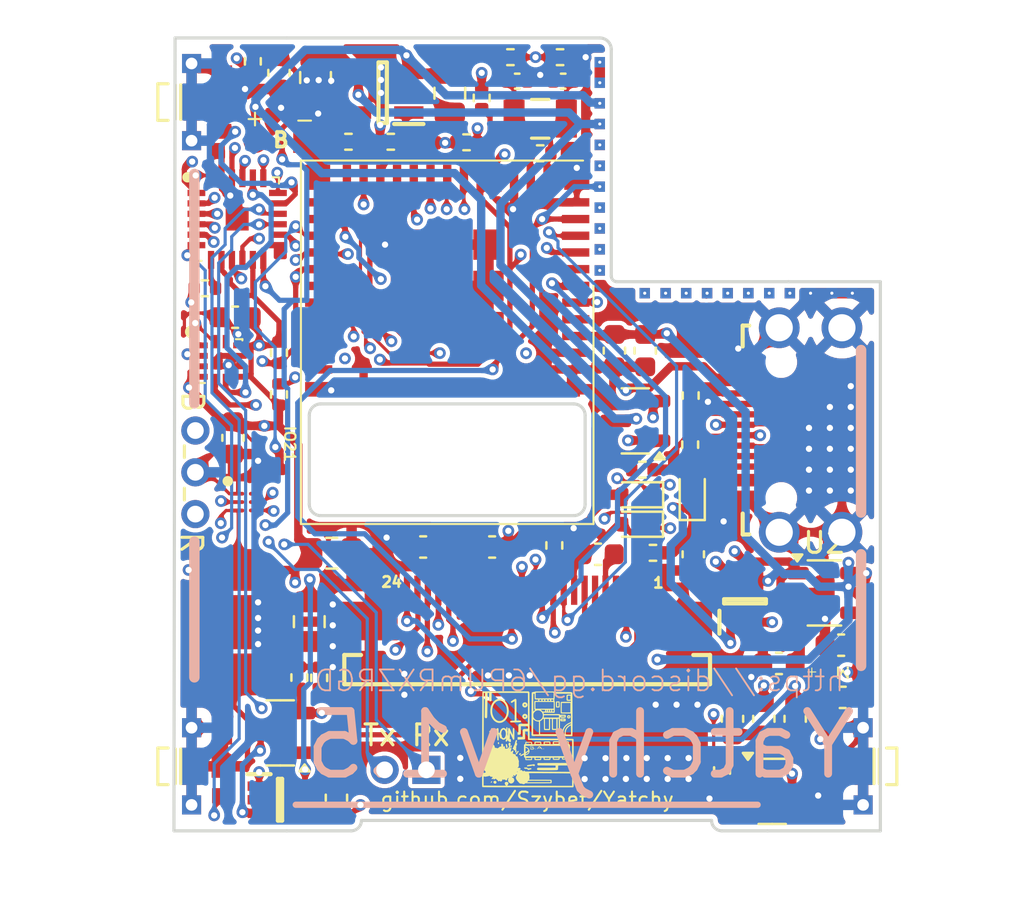
<source format=kicad_pcb>
(kicad_pcb (version 20241229) (generator "pcbnew") (generator_version "9.0")
  (layers (0 "F.Cu" power) (4 "In1.Cu" power) (6 "In2.Cu" power) (2 "B.Cu" power) (13 "F.Paste" user) (15 "B.Paste" user) (5 "F.SilkS" user "F.Silkscreen") (7 "B.SilkS" user "B.Silkscreen") (1 "F.Mask" user) (3 "B.Mask" user) (25 "Edge.Cuts" user))
  (net 0 "")
  (net 1 "GND")
  (net 2 "EN")
  (net 3 "+3V3")
  (net 4 "PREVGH")
  (net 5 "PREVGL")
  (net 6 "BUSY")
  (net 7 "RES")
  (net 8 "DC")
  (net 9 "MOSI")
  (net 10 "SCK")
  (net 11 "RESE")
  (net 12 "GDR")
  (net 13 "SDA")
  (net 14 "SCL")
  (net 15 "BTN_1")
  (net 16 "BTN_2")
  (net 17 "BTN_3")
  (net 18 "+BATT")
  (net 19 "BTN_4")
  (net 20 "ADC")
  (net 21 "VIB_PWM")
  (net 22 "ACC_INT_2")
  (net 23 "ACC_INT_1")
  (net 24 "Net-(C2-Pad1)")
  (net 25 "Net-(C6-Pad1)")
  (net 26 "Net-(C8-Pad1)")
  (net 27 "Net-(C9-Pad1)")
  (net 28 "Net-(C10-Pad1)")
  (net 31 "unconnected-(J5-Pad21)")
  (net 32 "unconnected-(J5-Pad6)")
  (net 33 "unconnected-(J5-Pad24)")
  (net 34 "Net-(D5-A2)")
  (net 35 "Net-(D5-A3)")
  (net 36 "GPIO9")
  (net 37 "CLOCK_N")
  (net 38 "CLOCK_P")
  (net 40 "DP")
  (net 42 "MOD_ExB5")
  (net 43 "CS")
  (net 46 "MOD_CS")
  (net 49 "DN")
  (net 50 "MOD_ExB6")
  (net 51 "MOD_ExB4")
  (net 53 "MOD_IO19")
  (net 54 "MOD_IO18")
  (net 55 "MOD_IO15")
  (net 56 "STAT_IN")
  (net 57 "TX")
  (net 58 "MOD_ExB2")
  (net 59 "STAT_OUT")
  (net 60 "Net-(IC3-PROG)")
  (net 61 "Net-(IC3-STAT)")
  (net 64 "Net-(J4-CC1)")
  (net 65 "Net-(J4-CC2)")
  (net 66 "RX")
  (net 67 "Net-(Q5-B)")
  (net 69 "MOD_ExB3")
  (net 70 "unconnected-(J5-Pad19)")
  (net 71 "unconnected-(J5-Pad18)")
  (net 72 "MOD_IO20")
  (net 73 "Net-(U3-IO8)")
  (net 74 "Net-(J17-Pin_1)")
  (net 75 "MOTOR_DIODE_IN")
  (net 76 "DIODE_OUT_2")
  (net 77 "DIODE_IN_2")
  (net 78 "VBUS")
  (net 80 "Net-(IC2-GPB7)")
  (footprint "Resistor_SMD:R_0402_1005Metric" (layer "F.Cu") (at 71.7 89.41 -90)
    (property "Reference" "R1" (hide yes))
    (property "Value" "100k")
  )
  (footprint "Capacitor_SMD:C_0402_1005Metric" (layer "F.Cu") (at 85.3 76.41 180)
    (property "Reference" "C20" (hide yes))
    (property "Value" "19pF")
  )
  (footprint "Yatchy:SOT95P270X145-5N" (layer "F.Cu") (at 76.6625 76.96 180)
    (property "Reference" "IC3" (hide yes))
    (property "Value" "MCP73831T-2ATI_OT" (hide yes))
  )
  (footprint "Yatchy:mod_Connector" (layer "F.Cu") (at 87.05 84.45)
    (property "Reference" "J13" (hide yes))
    (property "Value" "MOD_CONN")
  )
  (footprint "Diode_SMD:D_SOD-523" (layer "F.Cu") (at 88.8225 96.21 180)
    (property "Reference" "D3" (hide yes))
    (property "Value" "D_TVS")
  )
  (footprint "Yatchy:HPI0530-100" (layer "F.Cu") (at 69.25 102.31 -90)
    (property "Reference" "L1" (hide yes))
    (property "Value" "10uH 1A")
  )
  (footprint "Yatchy:mod_Connector" (layer "F.Cu") (at 91.175 86.56 90)
    (property "Reference" "J22" (hide yes))
    (property "Value" "MOD_CONN")
  )
  (footprint "Resistor_SMD:R_0402_1005Metric" (layer "F.Cu") (at 91.4 91.46 -90)
    (property "Reference" "R4" (hide yes))
    (property "Value" "5.1k")
  )
  (footprint "Yatchy:QFN50P400X400X90-25N-D" (layer "F.Cu") (at 69.7 83.01)
    (property "Reference" "IC2" (hide yes))
    (property "Value" "MCP23018-E_MJ" (hide yes))
  )
  (footprint "Capacitor_SMD:C_0805_2012Metric" (layer "F.Cu") (at 74.225 99.01)
    (property "Reference" "C4" (hide yes))
    (property "Value" "4.7uF/50V")
  )
  (footprint "Capacitor_SMD:C_0603_1608Metric" (layer "F.Cu") (at 71.7 76.01 -90)
    (property "Reference" "C13" (hide yes))
    (property "Value" "1uF")
  )
  (footprint "Yatchy:Battery_Header" (layer "F.Cu") (at 71.625 79.335)
    (property "Reference" "BT1" (hide yes))
    (property "Value" "Battery_Cell")
  )
  (footprint "Yatchy:testpoint" (layer "F.Cu") (at 71.725 95 90)
    (property "Reference" "J17" (hide yes))
    (property "Value" "Conn_01x01_Pin" (hide yes))
  )
  (footprint "Yatchy:mod_Connector" (layer "F.Cu") (at 87.05 75.51 180)
    (property "Reference" "J25" (hide yes))
    (property "Value" "MOD_CONN" (hide yes))
  )
  (footprint "Capacitor_SMD:C_0805_2012Metric" (layer "F.Cu") (at 73.15 102.285 -90)
    (property "Reference" "C3" (hide yes))
    (property "Value" "4.7uF/50V")
  )
  (footprint "Yatchy:SW_EVP-AKE31A_PAN" (layer "F.Cu") (at 67.898425 109.21 90)
    (property "Reference" "SW2" (hide yes))
    (property "Value" "EVP-AKE31A")
  )
  (footprint "Yatchy:mod_Connector" (layer "F.Cu") (at 94.15 86.56 90)
    (property "Reference" "J16" (hide yes))
    (property "Value" "MOD_CONN")
  )
  (footprint "Yatchy:SOT65P222X110-6N" (layer "F.Cu") (at 94 101.31 90)
    (property "Reference" "D2" (hide yes))
    (property "Value" "BAT54TW-7-F" (hide yes))
  )
  (footprint "Yatchy:BOSCH_LGA-12" (layer "F.Cu") (at 68.9 89.81)
    (property "Reference" "AC1" (hide yes))
    (property "Value" "BMA456" (hide yes))
  )
  (footprint "Capacitor_SMD:C_0603_1608Metric" (layer "F.Cu") (at 89.225 89.31 -90)
    (property "Reference" "C24" (hide yes))
    (property "Value" "10uF")
  )
  (footprint "Resistor_SMD:R_0402_1005Metric" (layer "F.Cu") (at 89.09 95.01)
    (property "Reference" "R10" (hide yes))
    (property "Value" "100K")
  )
  (footprint "Resistor_SMD:R_0402_1005Metric" (layer "F.Cu") (at 68.155534 86.324816 180)
    (property "Reference" "R19" (hide yes))
    (property "Value" "1K")
  )
  (footprint "Yatchy:mod_Connector" (layer "F.Cu") (at 98.145 86.56 90)
    (property "Reference" "J1" (hide yes))
    (property "Value" "MOD_CONN")
  )
  (footprint "Yatchy:XCVR_ESP32-C6-MINI-1-N4" (layer "F.Cu") (at 79.75 86.21 180)
    (property "Reference" "U3" (hide yes))
    (property "Value" "ESP32-C6-MINI-1-N4")
  )
  (footprint "Yatchy:mod_Connector" (layer "F.Cu") (at 97.125 86.56 90)
    (property "Reference" "J27" (hide yes))
    (property "Value" "MOD_CONN")
  )
  (footprint "Yatchy:mod_Connector" (layer "F.Cu") (at 87.05 76.495 180)
    (property "Reference" "J6" (hide yes))
    (property "Value" "MOD_CONN" (hide yes))
  )
  (footprint "Package_TO_SOT_SMD:SOT-23" (layer "F.Cu") (at 71.7625 107.61 180)
    (property "Reference" "Q1" (hide yes))
    (property "Value" "AO3400A")
  )
  (footprint "Yatchy:mod_Connector" (layer "F.Cu") (at 87.05 77.46)
    (property "Reference" "J3" (hide yes))
    (property "Value" "MOD_CONN")
  )
  (footprint "Capacitor_SMD:C_0603_1608Metric" (layer "F.Cu") (at 98.675 105.91)
    (property "Reference" "C14" (hide yes))
    (property "Value" "0.1uF")
  )
  (footprint "Resistor_SMD:R_0402_1005Metric" (layer "F.Cu") (at 75.025 79.31)
    (property "Reference" "R15" (hide yes))
    (property "Value" "5.1k")
  )
  (footprint "Resistor_SMD:R_0402_1005Metric" (layer "F.Cu") (at 89.595 98.99 180)
    (property "Reference" "R13" (hide yes))
    (property "Value" "100K")
  )
  (footprint "Package_TO_SOT_SMD:SOT-23" (layer "F.Cu") (at 95.3 110.41)
    (property "Reference" "Q5" (hide yes))
    (property "Value" "BC817-25.215")
  )
  (footprint "Yatchy:mod_Connector" (layer "F.Cu") (at 96.135 86.56 90)
    (property "Reference" "J24" (hide yes))
    (property "Value" "MOD_CONN")
  )
  (footprint "Resistor_SMD:R_0402_1005Metric" (layer "F.Cu") (at 80.675 79.335)
    (property "Reference" "R6" (hide yes))
    (property "Value" "5.1k")
  )
  (footprint "Capacitor_SMD:C_0603_1608Metric" (layer "F.Cu") (at 96.4 106.935 -90)
    (property "Reference" "C10" (hide yes))
    (property "Value" "1uF/50V")
  )
  (footprint "Resistor_SMD:R_0402_1005Metric" (layer "F.Cu") (at 81.4 77.21 -90)
    (property "Reference" "R3" (hide yes))
    (property "Value" "5.1k")
  )
  (footprint "Yatchy:mod_Connector" (layer "F.Cu") (at 87.05 82.45)
    (property "Reference" "J11" (hide yes))
    (property "Value" "MOD_CONN")
  )
  (footprint "Yatchy:mod_Connector" (layer "F.Cu") (at 99.125 86.56 90)
    (property "Reference" "J2" (hide yes))
    (property "Value" "MOD_CONN")
  )
  (footprint "Capacitor_SMD:C_0603_1608Metric" (layer "F.Cu") (at 74.45 110.71 90)
    (property "Reference" "C5" (hide yes))
    (property "Value" "1uF/50V")
  )
  (footprint "Resistor_SMD:R_0402_1005Metric" (layer "F.Cu") (at 77.05 79.31)
    (property "Reference" "R16" (hide yes))
    (property "Value" "800k")
  )
  (footprint "Yatchy:PinHeader_1x03_P2.00mm_Horizontal_Small" (layer "F.Cu") (at 67.7 97.135 180)
    (property "Reference" "J26" (hide yes))
    (property "Value" "Conn_01x03_Pin" (hide yes))
  )
  (footprint "Yatchy:mod_Connector" (layer "F.Cu") (at 87.05 78.45)
    (property "Reference" "J7" (hide yes))
    (property "Value" "MOD_CONN")
  )
  (footprint "Yatchy:mod_Connector" (layer "F.Cu") (at 92.175 86.56 90)
    (property "Reference" "J23" (hide yes))
    (property "Value" "MOD_CONN")
  )
  (footprint "Capacitor_SMD:C_0603_1608Metric" (layer "F.Cu") (at 95.625 104.285 180)
    (property "Reference" "C22" (hide yes))
    (property "Value" "1uF")
  )
  (footprint "Capacitor_SMD:C_0603_1608Metric" (layer "F.Cu") (at 69.5 93.485 90)
    (property "Reference" "C11" (hide yes))
    (property "Value" "0.1uF")
  )
  (footprint "Capacitor_SMD:C_0603_1608Metric" (layer "F.Cu") (at 93.4 106.935 -90)
    (property "Reference" "C8" (hide yes))
    (property "Value" "1uF/50V")
  )
  (footprint "Yatchy:SW_EVP-AKE31A_PAN" (layer "F.Cu") (at 99.269 109.21 -90)
    (property "Reference" "SW1" (hide yes))
    (property "Value" "EVP-AKE31A")
  )
  (footprint "Resistor_SMD:R_0402_1005Metric" (layer "F.Cu") (at 84.875 98.635 -90)
    (property "Reference" "R20" (hide yes))
    (property "Value" "100K")
  )
  (footprint "Yatchy:TLV75733PDYDR" (layer "F.Cu") (at 97.8 100.91)
    (property "Reference" "U2")
    (property "Value" "TLV75533PDBV")
  )
  (footprint "Capacitor_SMD:C_0603_1608Metric" (layer "F.Cu") (at 87.75 89.31 -90)
    (property "Reference" "C23" (hide yes))
    (property "Value" "0.1uF")
  )
  (footprint "Resistor_SMD:R_0402_1005Metric" (layer "F.Cu") (at 72.675 104.96 -90)
    (property "Reference" "R9" (hide yes))
    (property "Value" "3")
  )
  (footprint "Resistor_SMD:R_0402_1005Metric" (layer "F.Cu") (at 71.7 91.41 90)
    (property "Reference" "R2" (hide yes))
    (property "Value" "100k")
  )
  (footprint "Yatchy:Motor_Header" (layer "F.Cu") (at 97.85 104.71 90)
    (property "Reference" "M1" (hide yes))
    (property "Value" "Vibration_Motor")
  )
  (footprint "Yatchy:BMA530" (layer "F.Cu") (at 70.15 96.56)
    (property "Reference" "AC2" (hide yes))
    (property "Value" "BMA530" (hide yes))
  )
  (footprint "Yatchy:SFV24R4STBE1HLF" (layer "F.Cu") (at 83.575 103.03)
    (property "Reference" "J5" (hide yes))
    (property "Value" "SFV24R-4STBE1HLF" (hide yes))
  )
  (footprint "Package_TO_SOT_SMD:SOT-23" (layer "F.Cu") (at 88.75 92.6725 180)
    (property "Reference" "Q4" (hide yes))
    (property "Value" "FDN304PZ")
  )
  (footprint "Yatchy:mod_Connector" (layer "F.Cu") (at 87.05 83.45)
    (property "Reference" "J10" (hide yes))
    (property "Value" "MOD_CONN")
  )
  (footprint "Yatchy:yatchy-silk" (layer "F.Cu") (at 83.263026 108.33)
    (property "Reference" "G***" (hide yes))
    (property "Value" "LOGO" (hide yes))
  )
  (footprint "Capacitor_SMD:C_0603_1608Metric" (layer "F.Cu") (at 69.6 87.71)
    (property "Reference" "C1" (hide yes))
    (property "Value" "0.1uF")
  )
  (footprint "Yatchy:SW_EVP-AKE31A_PAN" (layer "F.Cu") (at 67.898425 77.41 90)
    (property "Reference" "SW3" (hide yes))
    (property "Value" "EVP-AKE31A")
  )
  (footprint "Yatchy:SolderJumper_Bridged_Small" (layer "F.Cu") (at 79.035 79.36)
    (property "Reference" "JP2" (hide yes))
    (property "Value" "SolderJumper_2_Bridged")
  )
  (footprint "Diode_SMD:D_SOD-523" (layer "F.Cu") (at 88.815 97.62 180)
    (property "Reference" "D1" (hide yes))
    (property "Value" "D_TVS")
  )
  (footprint "Diode_SMD:D_SOD-523" (layer "F.Cu") (at 91.475 96.16 90)
    (property "Reference" "D4" (hide yes))
    (property "Value" "D_TVS")
  )
  (footprint "Yatchy:mod_Connector" (layer "F.Cu") (at 87.05 85.46)
    (property "Reference" "J19" (hide yes))
    (property "Value" "MOD_CONN")
  )
  (footprint "Capacitor_SMD:C_0805_2012Metric" (layer "F.Cu") (at 73.45 76.235 -90)
    (property "Reference" "C25" (hide yes))
    (property "Value" "4.7uF")
  )
  (footprint "Resistor_SMD:R_0402_1005Metric" (layer "F.Cu") (at 92.9 109.41 90)
    (property "Reference" "R17" (hide yes))
    (property "Value" "1K")
  )
  (footprint "Capacitor_SMD:C_0805_2012Metric" (layer "F.Cu") (at 79.875 76.985 90)
    (property "Reference" "C26" (hide yes))
    (property "Value" "4.7uF")
  )
  (footprint "Capacitor_SMD:C_0603_1608Metric" (layer "F.Cu") (at 91.525 99.06 -90)
    (property "Reference" "C21" (hide yes))
    (property "Value" "0.1uF")
  )
  (footprint "Yatchy:mod_Connector" (layer "F.Cu") (at 87.05 81.45)
    (property "Reference" "J12" (hide yes))
    (property "Value" "MOD_CONN")
  )
  (footprint "Yatchy:SOT65P222X110-6N" (layer "F.Cu") (at 71.75 110.81)
    (property "Reference" "D5" (hide yes))
    (property "Value" "BAT54TW-7-F" (hide yes))
  )
  (footprint "Resistor_SMD:R_0402_1005Metric" (layer "F.Cu") (at 91.375 93.81 90)
    (property "Reference" "R5" (hide yes))
    (property "Value" "5.1k")
  )
  (footprint "Yatchy:USB4730GFAKIT" (layer "F.Cu") (at 97.7 93.11 90)
    (property "Reference" "J4" (hide yes))
    (property "Value" "USB4730-GF-A-KIT" (hide yes))
  )
  (footprint "Capacitor_SMD:C_0603_1608Metric" (layer "F.Cu") (at 81.9 98.71)
    (property "Reference" "C7" (hide yes))
    (property "Value" "1uF/50V")
  )
  (footprint "Resistor_SMD:R_0402_1005Metric" (layer "F.Cu") (at 82.775 75.26)
    (property "Reference" "R11" (hide yes))
    (property "Value" "300k")
  )
  (footprint "Yatchy:mod_Connector" (layer "F.Cu") (at 90.19 86.56 90)
    (property "Reference" "J21" (hide yes))
    (property "Value" "MOD_CONN")
  )
  (footprint "Yatchy:mod_Connector" (layer "F.Cu") (at 87.05 80.45)
    (property "Reference" "J9" (hide yes))
    (property "Value" "MOD_CONN")
  )
  (footprint "Resistor_SMD:R_0402_1005Metric" (layer "F.Cu") (at 84.2 79.86)
    (property "Reference" "R21" (hide yes))
    (property "Value" "10M")
  )
  (footprint "Yatchy:mod_Connector" (layer "F.Cu") (at 95.15 86.56 90)
    (property "Reference" "J14" (hide yes))
    (property "Value" "MOD_CONN")
  )
  (footprint "Yatchy:XTAL_9HT10_TXC" (layer "F.Cu") (at 84.2 78.21)
    (property "Reference" "Y2" (hide yes))
    (property "Value" "32.768KHz")
  )
  (footprint "Capacitor_SMD:C_0603_1608Metric" (layer "F.Cu") (at 94.9 106.935 -90)
    (property "Reference" "C9" (hide yes))
    (property "Value" "1uF/50V")
  )
  (footprint "Resistor_SMD:R_0402_1005Metric" (layer "F.Cu") (at 85.15 75.26)
    (property "Reference" "R18" (hide yes))
    (property "Value" "800k")
  )
  (footprint "Capacitor_SMD:C_0402_1005Metric" (layer "F.Cu") (at 83.1 76.41)
    (property "Reference" "C19" (hide yes))
    (property "Value" "19pF")
  )
  (footprint "Resistor_SMD:R_0402_1005Metric" (layer "F.Cu") (at 70.45 75.46 90)
    (property "Reference" "R7" (hide yes))
    (property "Value" "10K")
  )
  (footprint "Capacitor_SMD:C_0603_1608Metric" (layer "F.Cu") (at 98.6 103.41 180)
    (property "Reference" "C12" (hide yes))
    (property "Value" "1uF")
  )
  (footprint "Yatchy:mod_Connector" (layer "F.Cu") (at 93.16 86.56 90)
    (property "Reference" "J15" (hide yes))
    (property "Value" "MOD_CONN")
  )
  (footprint "Resistor_SMD:R_0402_1005Metric" (layer "F.Cu") (at 73.625 104.975 90)
    (property "Reference" "R8" (hide yes))
    (property "Value" "10K")
  )
  (footprint "Capacitor_SMD:C_0603_1608Metric" (layer "F.Cu") (at 78.6 98.71)
    (property "Reference" "C6" (hide yes))
    (property "Value" "1uF/50V")
  )
  (footprint "Capacitor_SMD:C_0603_1608Metric" (layer "F.Cu") (at 86.965 99.06 180)
    (property "Reference" "C2" (hide yes))
    (property "Value" "1uF/50V")
  )
  (footprint "Yatchy:mod_Connector" (layer "F.Cu") (at 89.21 86.56 -90)
    (property "Reference" "J20" (hide yes))
    (property "Value" "MOD_CONN")
  )
  (footprint "Yatchy:PinHeader_1x02_P2.00mm_Vertical" (layer "F.Cu") (at 78.755 109.38 -90)
    (property "Reference" "J28" (hide yes))
    (property "Value" "Conn_01x02_Pin")
  )
  (footprint "Yatchy:mod_Connector" (layer "F.Cu") (at 87.05 79.45)
    (property "Reference" "J8" (hide yes))
    (property "Value" "MOD_CONN")
  )
  (footprint "Yatchy:screen" (layer "B.Cu") (at 83.602429 92.901 180)
    (property "Reference" "REF**" (hide yes))
    (property "Value" "screen")
  )
  (gr_rect (start 71.55 84.385) (end 71.975 84.835) (stroke (width 0.2)) (fill yes) (layer "F.Cu") (net 79))
  (gr_line (start 67.175 96.46) (end 67.175 95.892842) (stroke (width 0.15)) (layer "F.SilkS"))
  (gr_line (start 67.175 94.427158) (end 67.175 93.86) (stroke (width 0.15)) (layer "F.SilkS"))
  (gr_line (start 87.05 74.34) (end 72.075 74.34) (stroke (width 0.15)) (layer "Edge.Cuts"))
  (gr_arc (start 75.646438 111.8) (mid 75.500039 112.153539) (end 75.1465 112.29994) (stroke (width 0.15)) (layer "Edge.Cuts"))
  (gr_arc (start 92.9 112.3) (mid 92.546447 112.153553) (end 92.400001 111.8) (stroke (width 0.15)) (layer "Edge.Cuts"))
  (gr_line (start 95.075 112.3) (end 92.9 112.3) (stroke (width 0.15)) (layer "Edge.Cuts"))
  (gr_line (start 75.646438 111.8) (end 92.400001 111.8) (stroke (width 0.15)) (layer "Edge.Cuts"))
  (gr_line (start 66.675008 112.294275) (end 66.729329 74.34) (stroke (width 0.15)) (layer "Edge.Cuts"))
  (gr_arc (start 73.7 97.21) (mid 73.311091 97.048909) (end 73.15 96.66) (stroke (width 0.15)) (layer "Edge.Cuts"))
  (gr_line (start 96.075 86.01) (end 87.850864 86.01) (stroke (width 0.15)) (layer "Edge.Cuts"))
  (gr_line (start 87.6 85.735) (end 87.6 74.89) (stroke (width 0.15)) (layer "Edge.Cuts"))
  (gr_arc (start 85.8 91.86) (mid 86.188909 92.021091) (end 86.35 92.41) (stroke (width 0.15)) (layer "Edge.Cuts"))
  (gr_line (start 85.8 97.209999) (end 73.7 97.21) (stroke (width 0.15)) (layer "Edge.Cuts"))
  (gr_arc (start 86.35 96.66) (mid 86.188909 97.048909) (end 85.8 97.209999) (stroke (width 0.15)) (layer "Edge.Cuts"))
  (gr_line (start 100.475 112.3) (end 100.475 86.01) (stroke (width 0.15)) (layer "Edge.Cuts"))
  (gr_line (start 73.15 96.66) (end 73.15 92.41) (stroke (width 0.15)) (layer "Edge.Cuts"))
  (gr_line (start 86.35 92.41) (end 86.35 96.66) (stroke (width 0.15)) (layer "Edge.Cuts"))
  (gr_arc (start 73.15 92.41) (mid 73.311091 92.021091) (end 73.7 91.86) (stroke (width 0.15)) (layer "Edge.Cuts"))
  (gr_arc (start 87.850864 86.01) (mid 87.672138 85.921128) (end 87.600045 85.735) (stroke (width 0.15)) (layer "Edge.Cuts"))
  (gr_line (start 73.7 91.86) (end 85.8 91.86) (stroke (width 0.15)) (layer "Edge.Cuts"))
  (gr_arc (start 87.05 74.34) (mid 87.438909 74.501091) (end 87.6 74.89) (stroke (width 0.15)) (layer "Edge.Cuts"))
  (gr_line (start 72.075 112.3) (end 66.675008 112.3) (stroke (width 0.15)) (layer "Edge.Cuts"))
  (gr_line (start 72.075 74.34) (end 66.729329 74.34) (stroke (width 0.15)) (layer "Edge.Cuts"))
  (gr_line (start 95.075 112.3) (end 100.475 112.3) (stroke (width 0.15)) (layer "Edge.Cuts"))
  (gr_line (start 96.075 86.01) (end 100.475 86.01) (stroke (width 0.15)) (layer "Edge.Cuts"))
  (gr_line (start 72.075 112.3) (end 75.1465 112.3) (stroke (width 0.15)) (layer "Edge.Cuts"))
  (gr_text "+" (at 69.992 78.63 0) (layer "F.SilkS") (effects (font (size 0.8 0.8) (thickness 0.1)) (justify left bottom)))
  (gr_text "Tx Rx" (at 75.625 108.31 0) (layer "F.SilkS") (effects (font (size 1 1)) (justify left bottom)))
  (gr_text "-\n" (at 72.367 78.705 0) (layer "F.SilkS") (effects (font (size 0.8 0.8) (thickness 0.1)) (justify left bottom)))
  (gr_text "github.com/Szybet/Yatchy" (at 83.575 110.8 0) (layer "F.SilkS") (effects (font (size 0.7 0.7) (thickness 0.1))))
  (gr_text "+" (at 97.45 105.035 90) (layer "F.SilkS") (effects (font (size 0.5 0.5) (thickness 0.05) (bold yes)) (justify left bottom)))
  (gr_text "24" (at 76.535 100.68 0) (layer "F.SilkS") (effects (font (size 0.5 0.5) (thickness 0.125)) (justify left bottom)))
  (gr_text "B" (at 66.975 91.16 270) (layer "F.SilkS") (effects (font (size 1 1)) (justify left bottom)))
  (gr_text "IO21" (at 71.925 92.85 270) (layer "F.SilkS") (effects (font (size 0.5 0.5) (thickness 0.1)) (justify left bottom)))
  (gr_text "R" (at 66.925 97.91 270) (layer "F.SilkS") (effects (font (size 1 1)) (justify left bottom)))
  (gr_text "1" (at 89.535 100.72 0) (layer "F.SilkS") (effects (font (size 0.5 0.5) (thickness 0.125)) (justify left bottom)))
  (gr_text "Yatchy v1.5" (at 99.51 109.95 0) (layer "B.SilkS") (effects (font (size 3 3) (thickness 0.375)) (justify left bottom mirror)))
  (gr_text "https://discord.gg/6PUmRXZRGD" (at 98.82 105.7 0) (layer "B.SilkS") (effects (font (size 1 1) (thickness 0.0875)) (justify left bottom mirror)))
  (segment (start 69.72 95.005) (end 69.72 96.16) (width 0.1524) (layer "F.Cu") (net 1))
  (segment (start 91.025 95.01) (end 90.44 95.01) (width 0.25) (layer "F.Cu") (net 1))
  (segment (start 93.942 96.31) (end 95.637 98.005) (width 0.4) (layer "F.Cu") (net 1))
  (segment (start 86.375 75.26) (end 85.66 75.26) (width 0.25) (layer "F.Cu") (net 1))
  (segment (start 69.5 94.785) (end 69.72 95.005) (width 0.1524) (layer "F.Cu") (net 1))
  (segment (start 97.825 101.410001) (end 97.825 102.15) (width 0.4) (layer "F.Cu") (net 1))
  (segment (start 78.8 76.96) (end 79.75 77.91) (width 0.25) (layer "F.Cu") (net 1))
  (segment (start 74.515 79.31) (end 72.999999 79.31) (width 0.25) (layer "F.Cu") (net 1))
  (segment (start 68.975 87.71) (end 68.825 87.71) (width 0.1524) (layer "F.Cu") (net 1))
  (segment (start 73.6 77.16) (end 73.575 77.185) (width 0.25) (layer "F.Cu") (net 1))
  (segment (start 77.09 98.02) (end 76.85 98.26) (width 0.25) (layer "F.Cu") (net 1))
  (segment (start 84.82 76.41) (end 84.2 76.41) (width 0.25) (layer "F.Cu") (net 1))
  (segment (start 67.517425 107.36215) (end 68.55075 107.36215) (width 0.25) (layer "F.Cu") (net 1))
  (segment (start 77.8 76.96) (end 78.8 76.96) (width 0.25) (layer "F.Cu") (net 1))
  (segment (start 97.8 99.212) (end 97.615 99.027) (width 0.4) (layer "F.Cu") (net 1))
  (segment (start 74.2 76.56) (end 73.575 77.185) (width 0.25) (layer "F.Cu") (net 1))
  (segment (start 97.615 99.027) (end 96.659 99.027) (width 0.4) (layer "F.Cu") (net 1))
  (segment (start 72.675 104.45) (end 73.61 104.45) (width 0.25) (layer "F.Cu") (net 1))
  (segment (start 88.115 97.62) (end 87.885 97.62) (width 0.25) (layer "F.Cu") (net 1))
  (segment (start 84.2 76.41) (end 84.2 76.11) (width 0.25) (layer "F.Cu") (net 1))
  (segment (start 73.625 104.465) (end 74.465 104.465) (width 0.25) (layer "F.Cu") (net 1))
  (segment (start 97.8 100.434999) (end 97.8 99.212) (width 0.4) (layer "F.Cu") (net 1))
  (segment (start 73.575 77.185) (end 73.575 77.96) (width 0.25) (layer "F.Cu") (net 1))
  (segment (start 67.865 89.06) (end 67.175 88.37) (width 0.1524) (layer "F.Cu") (net 1))
  (segment (start 69.55 89.56) (end 69.78 89.56) (width 0.25) (layer "F.Cu") (net 1))
  (segment (start 87.885 97.62) (end 86.445 99.06) (width 0.25) (layer "F.Cu") (net 1))
  (segment (start 73.6 76.36) (end 74.17 76.36) (width 0.25) (layer "F.Cu") (net 1))
  (segment (start 91.525 100.11) (end 91.1 100.535) (width 0.4) (layer "F.Cu") (net 1))
  (segment (start 96.4 107.585) (end 96.745775 107.239225) (width 0.25) (layer "F.Cu") (net 1))
  (segment (start 99.527075 107.239225) (end 99.65 107.36215) (width 0.25) (layer "F.Cu") (net 1))
  (segment (start 91.72849 99.27) (end 92.975 98.02349) (width 0.25) (layer "F.Cu") (net 1))
  (segment (start 87.085 96.37) (end 87.245 96.21) (width 0.25) (layer "F.Cu") (net 1))
  (segment (start 72.958093 79.268094) (end 72.958093 78.576907) (width 0.25) (layer "F.Cu") (net 1))
  (segment (start 69.55 89.56) (end 69.2 89.91) (width 0.25) (layer "F.Cu") (net 1))
  (segment (start 69.2925 89.8175) (end 69.55 89.56) (width 0.25) (layer "F.Cu") (net 1))
  (segment (start 94.725 104.31) (end 94.725 104.51) (width 0.4) (layer "F.Cu") (net 1))
  (segment (start 67.865275 75.91) (end 67.517425 75.56215) (width 0.25) (layer "F.Cu") (net 1))
  (segment (start 69.755 88.52) (end 69.685 88.45) (width 0.25) (layer "F.Cu") (net 1))
  (segment (start 97.825 102.15) (end 97.825 103.41) (width 0.4) (layer "F.Cu") (net 1))
  (segment (start 84.2 76.41) (end 83.58 76.41) (width 0.25) (layer "F.Cu") (net 1))
  (segment (start 73.546679 79.85668) (end 72.958093 79.268094) (width 0.25) (layer "F.Cu") (net 1))
  (segment (start 70.075 76.785) (end 71.8 76.785) (width 0.25) (layer "F.Cu") (net 1))
  (segment (start 73.61 104.45) (end 73.625 104.465) (width 0.25) (layer "F.Cu") (net 1))
  (segment (start 74.17 76.36) (end 74.2 76.39) (width 0.25) (layer "F.Cu") (net 1))
  (segment (start 98.14505 110.586225) (end 98.169 110.610175) (width 0.25) (layer "F.Cu") (net 1))
  (segment (start 69.369 81.886) (end 69.7 82.217) (width 0.25) (layer "F.Cu") (net 1))
  (segment (start 96.6625 100.91) (end 97.324999 100.91) (width 0.4) (layer "F.Cu") (net 1))
  (segment (start 68.3 95.135) (end 67.7 95.135) (width 0.1524) (layer "F.Cu") (net 1))
  (segment (start 69.35 90.06) (end 69.2 89.91) (width 0.25) (layer "F.Cu") (net 1))
  (segment (start 78.985 98.02) (end 77.09 98.02) (width 0.25) (layer "F.Cu") (net 1))
  (segment (start 68.998425 76.009825) (end 68.998425 77.38605) (width 0.25) (layer "F.Cu") (net 1))
  (segment (start 67.175 87.75) (end 67.4162 87.5088) (width 0.1524) (layer "F.Cu") (net 1))
  (segment (start 73.03 76.37) (end 73.03 76.64) (width 0.25) (layer "F.Cu") (net 1))
  (segment (start 97.324999 100.91) (end 97.8 100.434999) (width 0.4) (layer "F.Cu") (net 1))
  (segment (start 98.369 110.610175) (end 97.500175 110.610175) (width 0.4) (layer "F.Cu") (net 1))
  (segment (start 81.325 100.78) (end 81.325 98.91) (width 0.25) (layer "F.Cu") (net 1))
  (segment (start 97.500175 110.610175) (end 97.5 110.61) (width 0.4) (layer "F.Cu") (net 1))
  (segment (start 85.825 99.335) (end 85.825 100.78) (width 0.25) (layer "F.Cu") (net 1))
  (segment (start 96.4 107.585) (end 94.9 107.585) (width 0.25) (layer "F.Cu") (net 1))
  (segment (start 77.8 76.96) (end 76.59 76.96) (width 0.25) (layer "F.Cu") (net 1))
  (segment (start 93.663 89.91) (end 93.942 89.91) (width 0.4) (layer "F.Cu") (net 1))
  (segment (start 69.2925 90.0025) (end 69.2925 89.8175) (width 0.25) (layer "F.Cu") (net 1))
  (segment (start 98.637 98.005) (end 98.637 96.433) (width 0.4) (layer "F.Cu") (net 1))
  (segment (start 73.03 76.64) (end 73.575 77.185) (width 0.25) (layer "F.Cu") (net 1))
  (segment (start 70.7 94.585) (end 70.375 94.26) (width 0.25) (layer "F.Cu") (net 1))
  (segment (start 86.45 98.71) (end 86.45 98.46) (width 0.25) (layer "F.Cu") (net 1))
  (segment (start 69.325 96.16) (end 68.3 95.135) (width 0.1524) (layer "F.Cu") (net 1))
  (segment (start 69.78 90.06) (end 69.35 90.06) (width 0.25) (layer "F.Cu") (net 1))
  (segment (start 83.175 82.26) (end 82.9 82.535) (width 0.25) (layer "F.Cu") (net 1))
  (segment (start 96.659 99.027) (end 95.637 98.005) (width 0.4) (layer "F.Cu") (net 1))
  (segment (start 87.245 96.21) (end 88.1225 96.21) (width 0.25) (layer "F.Cu") (net 1))
  (segment (start 68.02 89.06) (end 67.865 89.06) (width 0.1524) (layer "F.Cu") (net 1))
  (segment (start 97.324999 100.91) (end 97.825 101.410001) (width 0.4) (layer "F.Cu") (net 1))
  (segment (start 98.637 98.005) (end 95.637 98.005) (width 0.4) (layer "F.Cu") (net 1))
  (segment (start 85.9 82.21) (end 85.85 82.26) (width 0.25) (layer "F.Cu") (net 1))
  (segment (start 70.375 94.26) (end 69.5 94.26) (width 0.25) (layer "F.Cu") (net 1))
  (segment (start 67.175 88.37) (end 67.175 87.75) (width 0.1524) (layer "F.Cu") (net 1))
  (segment (start 73.575 77.41) (end 73.575 77.185) (width 0.25) (layer "F.Cu") (net 1))
  (segment (start 97.5 110.61) (end 96.75 111.36) (width 0.4) (layer "F.Cu") (net 1))
  (segment (start 68.998425 107.809825) (end 68.998425 109.18605) (width 0.25) (layer "F.Cu") (net 1))
  (segment (start 86.445 99.06) (end 86.19 99.06) (width 0.25) (layer "F.Cu") (net 1))
  (segment (start 96.75 111.36) (end 94.3625 111.36) (width 0.4) (layer "F.Cu") (net 1))
  (segment (start 89.085 98.59) (end 88.115 97.62) (width 0.25) (layer "F.Cu") (net 1))
  (segment (start 92.904 111.36) (end 92.299 110.755) (width 0.4) (layer "F.Cu") (net 1))
  (segment (start 91.4 91.97) (end 92.015 91.97) (width 0.25) (layer "F.Cu") (net 1))
  (segment (start 99.165 86.56) (end 99.16 86.565) (width 0.25) (layer "F.Cu") (net 1))
  (segment (start 85.95 82.16) (end 85.9 82.21) (width 0.25) (layer "F.Cu") (net 1))
  (segment (start 68.998425 76.009825) (end 68.998425 75.91) (width 0.25) (layer "F.Cu") (net 1))
  (segment (start 69.685 88.45) (end 69.685 88.42) (width 0.25) (layer "F.Cu") (net 1))
  (segment (start 68.55075 107.36215) (end 68.998425 107.809825) (width 0.25) (layer "F.Cu") (net 1))
  (segment (start 68.998425 75.91) (end 67.865275 75.91) (width 0.25) (layer "F.Cu") (net 1))
  (segment (start 90.44 94.235) (end 90.44 95.01) (width 0.25) (layer "F.Cu") (net 1))
  (segment (start 68.6238 87.5088) (end 68.825 87.71) (width 0.1524) (layer "F.Cu") (net 1))
  (segment (start 69.2925 90.0025) (end 69.35 90.06) (width 0.25) (layer "F.Cu") (net 1))
  (segment (start 92.975 98.02349) (end 92.975 97.485) (width 0.25) (layer "F.Cu") (net 1))
  (segment (start 99.65 107.70505) (end 98.14505 109.21) (width 0.25) (layer "F.Cu") (net 1))
  (segment (start 92.015 91.97) (end 92.225 91.76) (width 0.25) (layer "F.Cu") (net 1))
  (segment (start 91.4 93.275) (end 90.44 94.235) (width 0.25) (layer "F.Cu") (net 1))
  (segment (start 87.085 96.79) (end 87.085 96.37) (width 0.25) (layer "F.Cu") (net 1))
  (segment (start 99.65 107.36215) (end 99.65 107.70505) (width 0.25) (layer "F.Cu") (net 1))
  (segment (start 74.465 104.465) (end 74.47 104.46) (width 0.25) (layer "F.Cu") (net 1))
  (segment (start 73.59 76.37) (end 73.6 76.36) (width 0.25) (layer "F.Cu") (net 1))
  (segment (start 85.95 81.26) (end 85.95 80.56) (width 0.25) (layer "F.Cu") (net 1))
  (segment (start 71.8 76.785) (end 71.8 77.685) (width 0.25) (layer "F.Cu") (net 1))
  (segment (start 72.958093 78.576907) (end 73.575 77.96) (width 0.25) (layer "F.Cu") (net 1))
  (segment (start 69.369 81.886) (end 69.286 81.886) (width 0.25) (layer "F.Cu") (net 1))
  (segment (start 73.575 110.81) (end 74.45 109.935) (width 0.25) (layer "F.Cu") (net 1))
  (segment (start 70 76.785) (end 70.075 76.785) (width 0.25) (layer "F.Cu") (net 1))
  (segment (start 67.4162 87.5088) (end 68.6238 87.5088) (width 0.1524) (layer "F.Cu") (net 1))
  (segment (start 85.95 81.26) (end 85.95 82.16) (width 0.25) (layer "F.Cu") (net 1))
  (segment (start 74.515 78.35) (end 73.575 77.41) (width 0.25) (layer "F.Cu") (net 1))
  (segment (start 86.375 75.26) (end 86.375 80.135) (width 0.25) (layer "F.Cu") (net 1))
  (segment (start 90.63 100.535) (end 91.1 100.535) (width 0.25) (layer "F.Cu") (net 1))
  (segment (start 93.942 89.91) (end 95.637 88.215) (width 0.4) (layer "F.Cu") (net 1))
  (segment (start 94.725 104.51) (end 94.3 104.935) (width 0.4) (layer "F.Cu") (net 1))
  (segment (start 68.998425 77.38605) (end 69.198687 77.586313) (width 0.25) (layer "F.Cu") (net 1))
  (segment (start 97.615 99.027) (end 98.637 98.005) (width 0.4) (layer "F.Cu") (net 1))
  (segment (start 91.4 91.97) (end 91.4 93.275) (width 0.25) (layer "F.Cu") (net 1))
  (segment (start 91.515 95.5) (end 91.025 95.01) (width 0.25) (layer "F.Cu") (net 1))
  (segment (start 69.5 94.26) (end 68.575 94.26) (width 0.1524) (layer "F.Cu") (net 1))
  (segment (start 69.72 96.16) (end 69.325 96.16) (width 0.1524) (layer "F.Cu") (net 1))
  (segment (start 73.03 76.37) (end 73.59 76.37) (width 0.25) (layer "F.Cu") (net 1))
  (segment (start 97.135 86.56) (end 98.135 86.56) (width 0.5) (layer "F.Cu") (net 1))
  (segment (start 89.085 98.99) (end 90.63 100.535) (width 0.25) (layer "F.Cu") (net 1))
  (segment (start 68.95 81.55) (end 68.95 81.06) (width 0.25) (layer "F.Cu") (net 1))
  (segment (start 96.745775 107.239225) (end 99.527075 107.239225) (width 0.25) (layer "F.Cu") (net 1))
  (segment (start 69.78 89.56) (end 69.78 90.06) (width 0.25) (layer "F.Cu") (net 1))
  (segment (start 91.525 99.835) (end 91.525 100.11) (width 0.4) (layer "F.Cu") (net 1))
  (segment (start 91.525 99.835) (end 91.72849 99.63151) (width 0.25) (layer "F.Cu") (net 1))
  (segment (start 69.685 88.42) (end 68.975 87.71) (width 0.25) (layer "F.Cu") (net 1))
  (segment (start 72.999999 79.31) (end 72.958093 79.268094) (width 0.25) (layer "F.Cu") (net 1))
  (segment (start 89.6 95.01) (end 90.44 95.01) (width 0.25) (layer "F.Cu") (net 1))
  (segment (start 69.198687 77.586313) (end 70 76.785) (width 0.25) (layer "F.Cu") (net 1))
  (segment (start 94.3625 111.36) (end 92.904 111.36) (width 0.4) (layer "F.Cu") (net 1))
  (segment (start 81.325 98.91) (end 81.125 98.71) (width 0.25) (layer "F.Cu") (net 1))
  (segment (start 68.83825 75.97) (end 68.798425 76.009825) (width 0.4) (layer "F.Cu") (net 1))
  (segment (start 74.2 109.685) (end 74.45 109.935) (width 0.25) (layer "F.Cu") (net 1))
  (segment (start 98.637 96.433) (end 99.06 96.01) (width 0.4) (layer "F.Cu") (net 1))
  (segment (start 76.59 76.96) (end 76.58 76.97) (width 0.25) (layer "F.Cu") (net 1))
  (segment (start 74.515 79.31) (end 74.515 78.35) (width 0.25) (layer "F.Cu") (net 1))
  (segment (start 73.546679 81.010323) (end 73.546679 79.85668) (width 0.25) (layer "F.Cu") (net 1))
  (segment (start 68.998425 109.18605) (end 69.022375 109.21) (width 0.25) (layer "F.Cu") (net 1))
  (segment (start 86.065 97.81) (end 87.085 96.79) (width 0.25) (layer "F.Cu") (net 1))
  (segment (start 89.085 98.99) (end 89.085 98.59) (width 0.25) (layer "F.Cu") (net 1))
  (segment (start 85.85 82.26) (end 83.175 82.26) (width 0.25) (layer "F.Cu") (net 1))
  (segment (start 69.286 81.886) (end 68.95 81.55) (width 0.25) (layer "F.Cu") (net 1))
  (segment (start 75.975 101.955) (end 76.05 102.03) (width 0.4) (layer "F.Cu") (net 1))
  (segment (start 77.775 84.235) (end 76.775 84.235) (width 0.25) (layer "F.Cu") (net 1))
  (segment (start 93.66 104.935) (end 93.6 104.995) (width 0.4) (layer "F.Cu") (net 1))
  (segment (start 98.14505 109.21) (end 98.14505 110.586225) (width 0.25) (layer "F.Cu") (net 1))
  (segment (start 73.6 76.36) (end 73.6 77.16) (width 0.25) (layer "F.Cu") (net 1))
  (segment (start 93.663 96.31) (end 93.942 96.31) (width 0.4) (layer "F.Cu") (net 1))
  (segment (start 74.2 76.39) (end 74.2 76.56) (width 0.25) (layer "F.Cu") (net 1))
  (segment (start 86.375 80.135) (end 85.95 80.56) (width 0.25) (layer "F.Cu") (net 1))
  (segment (start 86.45 98.71) (end 85.825 99.335) (width 0.25) (layer "F.Cu") (net 1))
  (segment (start 68.575 94.26) (end 67.7 95.135) (width 0.1524) (layer "F.Cu") (net 1))
  (segment (start 69.5 94.26) (end 69.5 94.785) (width 0.1524) (layer "F.Cu") (net 1))
  (segment (start 72.75 110.81) (end 73.575 110.81) (width 0.25) (layer "F.Cu") (net 1))
  (segment (start 69.7 82.217) (end 69.7 83.01) (width 0.25) (layer "F.Cu") (net 1))
  (segment (start 91.72849 99.63151) (end 91.72849 99.27) (width 0.25) (layer "F.Cu") (net 1))
  (segment (start 94.9 107.585) (end 93.4 107.585) (width 0.25) (layer "F.Cu") (net 1))
  (segment (start 86.45 98.46) (end 85.8 97.81) (width 0.25) (layer "F.Cu") (net 1))
  (segment (start 98.135 86.56) (end 99.12 86.56) (width 0.5) (layer "F.Cu") (net 1))
  (segment (start 85.8 97.81) (end 86.065 97.81) (width 0.25) (layer "F.Cu") (net 1))
  (segment (start 79.675 98.71) (end 78.985 98.02) (width 0.25) (layer "F.Cu") (net 1))
  (segment (start 91.1 100.535) (end 91.1 102.03) (width 0.4) (layer "F.Cu") (net 1))
  (via (at 90.725 106.26) (size 0.56) (drill 0.3) (layers "F.Cu" "B.Cu") (net 1))
  (via (at 88.324 108.815) (size 0.56) (drill 0.3) (layers "F.Cu" "B.Cu") (net 1))
  (via (at 69.369 81.886) (size 0.56) (drill 0.3) (layers "F.Cu" "B.Cu") (net 1))
  (via (at 89.299 108.815) (size 0.56) (drill 0.3) (layers "F.Cu" "B.Cu") (net 1))
  (via (at 99.06 95.01) (size 0.56) (drill 0.3) (layers "F.Cu" "B.Cu") (net 1))
  (via (at 70.7 94.585) (size 0.56) (drill 0.3) (layers "F.Cu" "B.Cu") (net 1))
  (via (at 88.299 109.815) (size 0.56) (drill 0.3) (layers "F.Cu" "B.Cu") (net 1))
  (via (at 70.7 103.36) (size 0.56) (drill 0.3) (layers "F.Cu" "B.Cu") (net 1))
  (via (at 99.06 94.01) (size 0.56) (drill 0.3) (layers "F.Cu" "B.Cu") (net 1))
  (via (at 92.299 110.755) (size 0.56) (drill 0.3) (layers "F.Cu" "B.Cu") (net 1))
  (via (at 69.2925 90.0025) (size 0.56) (drill 0.3) (layers "F.Cu" "B.Cu") (net 1))
  (via (at 73.6 76.36) (size 0.56) (drill 0.3) (layers "F.Cu" "B.Cu") (net 1))
  (via (at 70.7 101.36) (size 0.56) (drill 0.3) (layers "F.Cu" "B.Cu") (net 1))
  (via (at 99.06 93.01) (size 0.56) (drill 0.3) (layers "F.Cu" "B.Cu") (net 1))
  (via (at 89.725 106.26) (size 0.56) (drill 0.3) (layers "F.Cu" "B.Cu") (net 1))
  (via (at 87.325 108.82) (size 0.56) (drill 0.3) (layers "F.Cu" "B.Cu") (net 1))
  (via (at 93.675 89.21) (size 0.56) (drill 0.3) (layers "F.Cu" "B.Cu") (net 1))
  (via (at 91.299 109.815) (size 0.56) (drill 0.3) (layers "F.Cu" "B.Cu") (net 1))
  (via (at 76.58 75.75) (size 0.56) (drill 0.3) (layers "F.Cu" "B.Cu") (net 1))
  (via (at 85.8 97.81) (size 0.56) (drill 0.3) (layers "F.Cu" "B.Cu") (net 1))
  (via (at 98.06 96.01) (size 0.56) (drill 0.3) (layers "F.Cu" "B.Cu") (net 1))
  (via (at 92.975 97.485) (size 0.56) (drill 0.3) (layers "F.Cu" "B.Cu") (net 1))
  (via (at 76.775 84.235) (size 0.56) (drill 0.3) (layers "F.Cu" "B.Cu") (net 1))
  (via (at 74.2 76.39) (size 0.56) (drill 0.3) (layers "F.Cu" "B.Cu") (net 1))
  (via (at 77.7 105.785) (size 0.56) (drill 0.3) (layers "F.Cu" "B.Cu") (net 1))
  (via (at 91.299 108.815) (size 0.56) (drill 0.3) (layers "F.Cu" "B.Cu") (net 1))
  (via (at 97.825 102.15) (size 0.56) (drill 0.3) (layers "F.Cu" "B.Cu") (net 1))
  (via (at 98.06 93.01) (size 0.56) (drill 0.3) (layers "F.Cu" "B.Cu") (net 1))
  (via (at 97.5 110.61) (size 0.56) (drill 0.3) (layers "F.Cu" "B.Cu") (net 1))
  (via (at 71.8 77.685) (size 0.56) (drill 0.3) (layers "F.Cu" "B.Cu") (net 1))
  (via (at 77.7 104.785) (size 0.56) (drill 0.3) (layers "F.Cu" "B.Cu") (net 1))
  (via (at 76.58 76.97) (size 0.56) (drill 0.3) (layers "F.Cu" "B.Cu") (net 1))
  (via (at 69.755 88.52) (size 0.56) (drill 0.3) (layers "F.Cu" "B.Cu") (net 1))
  (via (at 73.575 77.96) (size 0.56) (drill 0.3) (layers "F.Cu" "B.Cu") (net 1))
  (via (at 74.275 101.46) (size 0.56) (drill 0.3) (layers "F.Cu" "B.Cu") (net 1))
  (via (at 70.7 102.710003) (size 0.56) (drill 0.3) (layers "F.Cu" "B.Cu") (net 1))
  (via (at 99.06 92.01) (size 0.56) (drill 0.3) (layers "F.Cu" "B.Cu") (net 1))
  (via (at 76.58 76.35) (size 0.56) (drill 0.3) (layers "F.Cu" "B.Cu") (net 1))
  (via (at 70.7 102.11) (size 0.56) (drill 0.3) (layers "F.Cu" "B.Cu") (net 1))
  (via (at 86.325 109.82) (size 0.56) (drill 0.3) (layers "F.Cu" "B.Cu") (net 1))
  (via (at 76.85 98.26) (size 0.56) (drill 0.3) (layers "F.Cu" "B.Cu") (net 1))
  (via (at 97.06 94.01) (size 0.56) (drill 0.3) (layers "F.Cu" "B.Cu") (net 1))
  (via (at 97.06 96.01) (size 0.56) (drill 0.3) (layers "F.Cu" "B.Cu") (net 1))
  (via (at 82.7 104.86) (size 0.56) (drill 0.3) (layers "F.Cu" "B.Cu") (net 1))
  (via (at 98.06 94.01) (size 0.56) (drill 0.3) (layers "F.Cu" "B.Cu") (net 1))
  (via (at 83.7 104.86) (size 0.56) (drill 0.3) (layers "F.Cu" "B.Cu") (net 1))
  (via (at 74.275 104.46) (size 0.56) (drill 0.3) (layers "F.Cu" "B.Cu") (net 1))
  (via (at 81.7 104.86) (size 0.56) (drill 0.3) (layers "F.Cu" "B.Cu") (net 1))
  (via (at 74.275 103.46) (size 0.56) (drill 0.3) (layers "F.Cu" "B.Cu") (net 1))
  (via (at 84.2 76.11) (size 0.56) (drill 0.3) (layers "F.Cu" "B.Cu") (net 1))
  (via (at 82.9 82.535) (size 0.56) (drill 0.3) (layers "F.Cu" "B.Cu") (net 1))
  (via (at 80.375 108.81) (size 0.56) (drill 0.3) (layers "F.Cu" "B.Cu") (net 1))
  (via (at 91.725 106.26) (size 0.56) (drill 0.3) (layers "F.Cu" "B.Cu") (net 1))
  (via (at 80.375 109.81) (size 0.56) (drill 0.3) (layers "F.Cu" "B.Cu") (net 1))
  (via (at 74.275 102.46) (size 0.56) (drill 0.3) (layers "F.Cu" "B.Cu") (net 1))
  (via (at 70.075 76.785) (size 0.56) (drill 0.3) (layers "F.Cu" "B.Cu") (net 1))
  (via (at 98.06 95.01) (size 0.56) (drill 0.3) (layers "F.Cu" "B.Cu") (net 1))
  (via (at 74.2 91.21) (size 0.56) (drill 0.3) (layers "F.Cu" "B.Cu") (net 1))
  (via (at 99.06 91.01) (size 0.56) (drill 0.3) (layers "F.Cu" "B.Cu") (net 1))
  (via (at 90.299 108.815) (size 0.56) (drill 0.3) (layers "F.Cu" "B.Cu") (net 1))
  (via (at 97.06 95.01) (size 0.56) (drill 0.3) (layers "F.Cu" "B.Cu") (net 1))
  (via (at 86.375 75.26) (size 0.56) (drill 0.3) (layers "F.Cu" "B.Cu") (net 1))
  (via (at 90.299 109.815) (size 0.56) (drill 0.3) (layers "F.Cu" "B.Cu") (net 1))
  (via (at 97.06 93.01) (size 0.56) (drill 0.3) (layers "F.Cu" "B.Cu") (net 1))
  (via (at 73.03 76.37) (size 0.56) (drill 0.3) (layers "F.Cu" "B.Cu") (net 1))
  (via (at 87.325 109.82) (size 0.56) (drill 0.3) (layers "F.Cu" "B.Cu") (net 1))
  (via (at 85.95 80.56) (size 0.56) (drill 0.3) (layers "F.Cu" "B.Cu") (net 1))
  (via (at 92.225 91.76) (size 0.56) (drill 0.3) (layers "F.Cu" "B.Cu") (net 1))
  (via (at 86.325 108.82) (size 0.56) (drill 0.3) (layers "F.Cu" "B.Cu") (net 1))
  (via (at 89.299 109.815) (size 0.56) (drill 0.3) (layers "F.Cu" "B.Cu") (net 1))
  (via (at 99.06 96.01) (size 0.56) (drill 0.3) (layers "F.Cu" "B.Cu") (net 1))
  (via (at 94.3 104.935) (size 0.56) (drill 0.3) (layers "F.Cu" "B.Cu") (net 1))
  (via (at 98.06 92.01) (size 0.56) (drill 0.3) (layers "F.Cu" "B.Cu") (net 1))
  (segment (start 70.505 101.165) (end 70.7 101.36) (width 0.25) (layer "B.Cu") (net 1))
  (segment (start 70.505 94.78) (end 70.505 101.165) (width 0.25) (layer "B.Cu") (net 1))
  (segment (start 85.092463 75.26) (end 84.242463 76.11) (width 0.25) (layer "B.Cu") (net 1))
  (segment (start 77.775 84.235) (end 76.775 84.235) (width 0.25) (layer "B.Cu") (net 1))
  (segment (start 73.575 77.96) (end 73.575 76.385) (width 0.25) (layer "B.Cu") (net 1))
  (segment (start 68.37 78.49) (end 70.075 76.785) (width 0.25) (layer "B.Cu") (net 1))
  (segment (start 76.57 76.36) (end 76.58 76.35) (width 0.25) (layer "B.Cu") (net 1))
  (segment (start 69.369 81.263773) (end 68.37 80.264773) (width 0.25) (layer "B.Cu") (net 1))
  (segment (start 69.369 81.886) (end 69.369 81.263773) (width 0.25) (layer "B.Cu") (net 1))
  (segment (start 70.7 94.585) (end 70.505 94.78) (width 0.25) (layer "B.Cu") (net 1))
  (segment (start 73.6 76.36) (end 76.57 76.36) (width 0.25) (layer "B.Cu") (net 1))
  (segment (start 84.242463 76.11) (end 84.2 76.11) (width 0.25) (layer "B.Cu") (net 1))
  (segment (start 86.375 75.26) (end 85.092463 75.26) (width 0.25) (layer "B.Cu") (net 1))
  (segment (start 68.37 80.264773) (end 68.37 78.49) (width 0.25) (layer "B.Cu") (net 1))
  (segment (start 73.575 76.385) (end 73.6 76.36) (width 0.25) (layer "B.Cu") (net 1))
  (segment (start 71.85 80.15) (end 71.85 78.671387) (width 0.25) (layer "F.Cu") (net 2))
  (segment (start 71.8 75.235) (end 70.81 75.235) (width 0.25) (layer "F.Cu") (net 2))
  (segment (start 70.81 75.235) (end 70.525 74.95) (width 0.25) (layer "F.Cu") (net 2))
  (segment (start 72.5 75.935) (end 71.8 75.235) (width 0.25) (layer "F.Cu") (net 2))
  (segment (start 72.5 78.021387) (end 72.5 75.935) (width 0.25) (layer "F.Cu") (net 2))
  (segment (start 71.85 78.671387) (end 72.5 78.021387) (width 0.25) (layer "F.Cu") (net 2))
  (segment (start 84.513 84.39) (end 84.733 84.61) (width 0.25) (layer "F.Cu") (net 2))
  (segment (start 84.733 84.61) (end 85.9 84.61) (width 0.25) (layer "F.Cu") (net 2))
  (segment (start 70.95 86.125) (end 70.95 84.96) (width 0.25) (layer "F.Cu") (net 2))
  (segment (start 67.95 97.385) (end 67.7 97.135) (width 0.25) (layer "F.Cu") (net 2))
  (segment (start 71.05 86.225) (end 70.95 86.125) (width 0.25) (layer "F.Cu") (net 2))
  (via (at 84.513 84.39) (size 0.56) (drill 0.3) (layers "F.Cu" "B.Cu") (net 2))
  (via (at 71.85 80.15) (size 0.56) (drill 0.3) (layers "F.Cu" "B.Cu") (net 2))
  (via (at 71.05 86.225) (size 0.56) (drill 0.3) (layers "F.Cu" "B.Cu") (net 2))
  (via (at 71.05 97.66) (size 0.56) (drill 0.3) (layers "F.Cu" "B.Cu") (net 2))
  (segment (start 72.115 97.07) (end 71.525 97.66) (width 0.25) (layer "B.Cu") (net 2))
  (segment (start 71.725 86.9) (end 72.37 86.9) (width 0.25) (layer "B.Cu") (net 2))
  (segment (start 71.95 90.059) (end 71.949 90.059) (width 0.25) (layer "B.Cu") (net 2))
  (segment (start 72.756688 80.41) (end 73.03 80.683312) (width 0.25) (layer "B.Cu") (net 2))
  (segment (start 72.11 80.41) (end 72.756688 80.41) (width 0.25) (layer "B.Cu") (net 2))
  (segment (start 71.525 97.66) (end 71.05 97.66) (width 0.25) (layer "B.Cu") (net 2))
  (segment (start 71.95 87.32) (end 71.95 90.059) (width 0.25) (layer "B.Cu") (net 2))
  (segment (start 71.85 80.15) (end 72.11 80.41) (width 0.25) (layer "B.Cu") (net 2))
  (segment (start 72.37 86.9) (end 71.95 87.32) (width 0.25) (layer "B.Cu") (net 2))
  (segment (start 73.03 86.9) (end 72.37 86.9) (width 0.25) (layer "B.Cu") (net 2))
  (segment (start 71.949 90.059) (end 71.949 90.964) (width 0.25) (layer "B.Cu") (net 2))
  (segment (start 71.05 86.225) (end 71.725 86.9) (width 0.25) (layer "B.Cu") (net 2))
  (segment (start 71.949 90.964) (end 72.115 91.13) (width 0.25) (layer "B.Cu") (net 2))
  (segment (start 73.03 80.683312) (end 73.03 86.9) (width 0.25) (layer "B.Cu") (net 2))
  (segment (start 72.115 91.13) (end 72.115 97.07) (width 0.25) (layer "B.Cu") (net 2))
  (segment (start 76.54 78.51) (end 76.54 79.31) (width 0.4) (layer "F.Cu") (net 3))
  (segment (start 69.084 85.584) (end 69.084 85.601) (width 0.25) (layer "F.Cu") (net 3))
  (segment (start 68.95 85.45) (end 69.084 85.584) (width 0.25) (layer "F.Cu") (net 3))
  (segment (start 69.82 96.965) (end 69.75 97.035) (width 0.1524) (layer "F.Cu") (net 3))
  (segment (start 72.625 98.36) (end 72.625 93.835) (width 0.4) (layer "F.Cu") (net 3))
  (segment (start 98.9375 99.96) (end 98.9375 100.5975) (width 0.4) (layer "F.Cu") (net 3))
  (segment (start 97.85 104.71) (end 97.85 105.86) (width 0.4) (layer "F.Cu") (net 3))
  (segment (start 98.9375 100.5975) (end 98.95 100.61) (width 0.4) (layer "F.Cu") (net 3))
  (segment (start 70.48 96.16) (end 70.48 95.93) (width 0.1524) (layer "F.Cu") (net 3))
  (segment (start 70.22 90.56) (end 70.365 90.415) (width 0.25) (layer "F.Cu") (net 3))
  (segment (start 87.05 75.5) (end 87.05 76.485) (width 0.5) (layer "F.Cu") (net 3))
  (segment (start 71.7 87.92) (end 70.45 86.67) (width 0.25) (layer "F.Cu") (net 3))
  (segment (start 95.075 100.31) (end 95.1 100.335) (width 0.4) (layer "F.Cu") (net 3))
  (segment (start 87.75 88.535) (end 88.5 88.535) (width 0.4) (layer "F.Cu") (net 3))
  (segment (start 69.374 86.077877) (end 69.966123 86.67) (width 0.25) (layer "F.Cu") (net 3))
  (segment (start 69.025 92.71) (end 69.5 92.71) (width 0.4) (layer "F.Cu") (net 3))
  (segment (start 99.755 100.005) (end 99.755 101.38859) (width 0.4) (layer "F.Cu") (net 3))
  (segment (start 83.26 98.125) (end 82.675 98.71) (width 0.4) (layer "F.Cu") (net 3))
  (segment (start 87.675 88.61) (end 87.75 88.535) (width 0.4) (layer "F.Cu") (net 3))
  (segment (start 67.393036 91.078036) (end 69.025 92.71) (width 0.4) (layer "F.Cu") (net 3))
  (segment (start 70.75 89.06) (end 71.54 89.06) (width 0.25) (layer "F.Cu") (net 3))
  (segment (start 72.475 99.81) (end 69.5 99.81) (width 0.4) (layer "F.Cu") (net 3))
  (segment (start 71.7 87.92) (end 71.7 88.9) (width 0.25) (layer "F.Cu") (net 3))
  (segment (start 70.95 94.160137) (end 70.95 94.16) (width 0.1524) (layer "F.Cu") (net 3))
  (segment (start 90.2575 88.4775) (end 90.2 88.535) (width 0.4) (layer "F.Cu") (net 3))
  (segment (start 71.1772 94.782663) (end 71.1772 94.387337) (width 0.1524) (layer "F.Cu") (net 3))
  (segment (start 99.375 103.41) (end 99.15 103.41) (width 0.4) (layer "F.Cu") (net 3))
  (segment (start 73.275 99.01) (end 72.475 99.81) (width 0.4) (layer "F.Cu") (net 3))
  (segment (start 83.675 98.125) (end 83.26 98.125) (width 0.4) (layer "F.Cu") (net 3))
  (segment (start 98.9375 99.4725) (end 98.95 99.46) (width 0.4) (layer "F.Cu") (net 3))
  (segment (start 70.95 95.009863) (end 71.1772 94.782663) (width 0.1524) (layer "F.Cu") (net 3))
  (segment (start 72.625 93.835) (end 71.7 92.91) (width 0.4) (layer "F.Cu") (net 3))
  (segment (start 82.325 99.06) (end 82.675 98.71) (width 0.25) (layer "F.Cu") (net 3))
  (segment (start 70.22 89.06) (end 69.83 89.06) (width 0.25) (layer "F.Cu") (net 3))
  (segment (start 70.75 89.06) (end 70.75 88.385) (width 0.25) (layer "F.Cu") (net 3))
  (segment (start 69.75 97.035) (end 69.75 99.56) (width 0.1524) (layer "F.Cu") (net 3))
  (segment (start 98.97641 100.61) (end 98.95 100.61) (width 0.4) (layer "F.Cu") (net 3))
  (segment (start 99.15 103.41) (end 97.85 104.71) (width 0.4) (layer "F.Cu") (net 3))
  (segment (start 70.335 75.97) (end 70.45 75.97) (width 0.4) (layer "F.Cu") (net 3))
  (segment (start 84.875 98.125) (end 83.675 98.125) (width 0.4) (layer "F.Cu") (net 3))
  (segment (start 71.54 89.06) (end 71.7 88.9) (width 0.25) (layer "F.Cu") (net 3))
  (segment (start 68.95 84.96) (end 68.95 85.45) (width 0.25) (layer "F.Cu") (net 3))
  (segment (start 71.1772 94.387337) (end 70.95 94.160137) (width 0.1524) (layer "F.Cu") (net 3))
  (segment (start 81.4 76.7) (end 81.4 76.01) (width 0.4) (layer "F.Cu") (net 3))
  (segment (start 69.83 90.56) (end 70.22 90.56) (width 0.25) (layer "F.Cu") (net 3))
  (segment (start 73.275 99.01) (end 72.625 98.36) (width 0.4) (layer "F.Cu") (net 3))
  (segment (start 97.85 105.86) (end 97.9 105.91) (width 0.4) (layer "F.Cu") (net 3))
  (segment (start 67.393036 90.321964) (end 67.655 90.06) (width 0.1524) (layer "F.Cu") (net 3))
  (segment (start 71 92.91) (end 69.7 92.91) (width 0.4) (layer "F.Cu") (net 3))
  (segment (start 70.75 88.385) (end 70.375 88.01) (width 0.25) (layer "F.Cu") (net 3))
  (segment (start 70.365 90.415) (end 70.365 89.205) (width 0.25) (layer "F.Cu") (net 3))
  (segment (start 82.675 98.71) (end 82.675 97.935) (width 0.25) (layer "F.Cu") (net 3))
  (segment (start 90.2 88.535) (end 88.5 88.535) (width 0.4) (layer "F.Cu") (net 3))
  (segment (start 88.5 88.535) (end 89.225 88.535) (width 0.4) (layer "F.Cu") (net 3))
  (segment (start 69.084 85.601) (end 69.374 85.891) (width 0.25) (layer "F.Cu") (net 3))
  (segment (start 85.9 88.61) (end 87.675 88.61) (width 0.4) (layer "F.Cu") (net 3))
  (segment (start 69.675 75.31) (end 70.335 75.97) (width 0.4) (layer "F.Cu") (net 3))
  (segment (start 70.4 89.06) (end 70.75 89.06) (width 0.25) (layer "F.Cu") (net 3))
  (segment (start 69.7 92.91) (end 69.5 92.71) (width 0.4) (layer "F.Cu") (net 3))
  (segment (start 72.475 100.41) (end 72.475 99.81) (width 0.4) (layer "F.Cu") (net 3))
  (segment (start 69.75 99.56) (end 69.5 99.81) (width 0.1524) (layer "F.Cu") (net 3))
  (segment (start 94.65 100.31) (end 95.075 100.31) (width 0.4) (layer "F.Cu") (net 3))
  (segment (start 70.365 90.415) (end 70.365 90.585) (width 0.25) (layer "F.Cu") (net 3))
  (segment (start 81.825 100.78) (end 82.325 100.78) (width 0.25) (layer "F.Cu") (net 3))
  (segment (start 70.95 94.16) (end 69.5 92.71) (width 0.1524) (layer "F.Cu") (net 3))
  (segment (start 98.9375 99.96) (end 98.9375 99.4725) (width 0.4) (layer "F.Cu") (net 3))
  (segment (start 70.365 89.205) (end 70.22 89.06) (width 0.25) (layer "F.Cu") (net 3))
  (segment (start 99.755 101.38859) (end 99.89 101.52359) (width 0.4) (layer "F.Cu") (net 3))
  (segment (start 69.374 85.891) (end 69.374 86.077877) (width 0.25) (layer "F.Cu") (net 3))
  (segment (start 67.393036 91.078036) (end 67.393036 90.321964) (width 0.1524) (layer "F.Cu") (net 3))
  (segment (start 69.17 96.965) (end 69.72 96.965) (width 0.1524) (layer "F.Cu") (net 3))
  (segment (start 99.89 101.52359) (end 98.97641 100.61) (width 0.4) (layer "F.Cu") (net 3))
  (segment (start 98.9375 99.96) (end 99.8 99.96) (width 0.4) (layer "F.Cu") (net 3))
  (segment (start 82.325 100.78) (end 82.325 99.06) (width 0.25) (layer "F.Cu") (net 3))
  (segment (start 67.655 90.06) (end 68.02 90.06) (width 0.1524) (layer "F.Cu") (net 3))
  (segment (start 69.5 99.81) (end 67.375 99.81) (width 0.4) (layer "F.Cu") (net 3))
  (segment (start 70.365 90.585) (end 71.7 91.92) (width 0.25) (layer "F.Cu") (net 3))
  (segment (start 70.95 95.46) (end 70.95 95.009863) (width 0.1524) (layer "F.Cu") (net 3))
  (segment (start 69.966123 86.67) (end 70.45 86.67) (width 0.25) (layer "F.Cu") (net 3))
  (segment (start 71.7 92.91) (end 71.7 91.92) (width 0.4) (layer "F.Cu") (net 3))
  (segment (start 99.375 103.41) (end 99.89 102.895) (width 0.4) (layer "F.Cu") (net 3))
  (segment (start 70.45 86.67) (end 70.45 84.96) (width 0.25) (layer "F.Cu") (net 3))
  (segment (start 68.915 97.22) (end 69.17 96.965) (width 0.1524) (layer "F.Cu") (net 3))
  (segment (start 68.915 97.57) (end 68.915 97.22) (width 0.1524) (layer "F.Cu") (net 3))
  (segment (start 73.275 99.01) (end 73.275 99.335) (width 0.4) (layer "F.Cu") (net 3))
  (segment (start 99.89 102.895) (end 99.89 101.52359) (width 0.4) (layer "F.Cu") (net 3))
  (segment (start 71.7 92.91) (end 71 92.91) (width 0.4) (layer "F.Cu") (net 3))
  (segment (start 69.78 89.06) (end 70.4 89.06) (width 0.25) (layer "F.Cu") (net 3))
  (segment (start 99.8 99.96) (end 99.755 100.005) (width 0.4) (layer "F.Cu") (net 3))
  (segment (start 70.48 95.93) (end 70.95 95.46) (width 0.1524) (layer "F.Cu") (net 3))
  (via (at 95.1 100.335) (size 0.56) (drill 0.3) (layers "F.Cu" "B.Cu") (net 3))
  (via (at 67.375 99.81) (size 0.56) (drill 0.3) (layers "F.Cu" "B.Cu") (net 3))
  (via (at 90.2575 88.4775) (size 0.56) (drill 0.3) (layers "F.Cu" "B.Cu") (net 3))
  (via (at 99.8 99.96) (size 0.56) (drill 0.3) (layers "F.Cu" "B.Cu") (net 3))
  (via (at 70.75 89.06) (size 0.56) (drill 0.3) (layers "F.Cu" "B.Cu") (net 3))
  (via (at 81.4 76.01) (size 0.56) (drill 0.3) (layers "F.Cu" "B.Cu") (net 3))
  (via (at 68.915 97.57) (size 0.56) (drill 0.3) (layers "F.Cu" "B.Cu") (net 3))
  (via (at 89.805 104.1) (size 0.56) (drill 0.3) (layers "F.Cu" "B.Cu") (net 3))
  (via (at 71 92.91) (size 0.56) (drill 0.3) (layers "F.Cu" "B.Cu") (net 3))
  (via (at 98.95 99.46) (size 0.56) (drill 0.3) (layers "F.Cu" "B.Cu") (net 3))
  (via (at 76.54 78.51) (size 0.56) (drill 0.3) (layers "F.Cu" "B.Cu") (net 3))
  (via (at 98.95 100.61) (size 0.56) (drill 0.3) (layers "F.Cu" "B.Cu") (net 3))
  (via (at 82.675 97.935) (size 0.56) (drill 0.3) (layers "F.Cu" "B.Cu") (net 3))
  (via (at 69.675 75.31) (size 0.56) (drill 0.3) (layers "F.Cu" "B.Cu") (net 3))
  (via (at 67.393036 91.078036) (size 0.56) (drill 0.3) (layers "F.Cu" "B.Cu") (net 3))
  (via (at 72.475 100.41) (size 0.56) (drill 0.3) (layers "F.Cu" "B.Cu") (net 3))
  (segment (start 95.853019 100.01) (end 96.95 100.01) (width 0.4) (layer "B.Cu") (net 3))
  (segment (start 99.6 99.96) (end 98.95 100.61) (width 0.4) (layer "B.Cu") (net 3))
  (segment (start 96.95 100.01) (end 97.55 100.61) (width 0.4) (layer "B.Cu") (net 3))
  (segment (start 98.95 102.205) (end 97.055 104.1) (width 0.4) (layer "B.Cu") (net 3))
  (segment (start 95.71401 99.87099) (end 95.853019 100.01) (width 0.4) (layer "B.Cu") (net 3))
  (segment (start 90.2575 88.4775) (end 94.03 92.25) (width 0.4) (layer "B.Cu") (net 3))
  (segment (start 98.95 100.61) (end 98.95 102.205) (width 0.4) (layer "B.Cu") (net 3))
  (segment (start 97.055 104.1) (end 89.805 104.1) (width 0.4) (layer "B.Cu") (net 3))
  (segment (start 98.95 99.46) (end 98.95 100.61) (width 0.4) (layer "B.Cu") (net 3))
  (segment (start 97.55 100.61) (end 98.95 100.61) (width 0.4) (layer "B.Cu") (net 3))
  (segment (start 95.56401 99.87099) (end 95.71401 99.87099) (width 0.4) (layer "B.Cu") (net 3))
  (segment (start 94.03 92.25) (end 94.03 98.186981) (width 0.4) (layer "B.Cu") (net 3))
  (segment (start 99.8 99.96) (end 99.6 99.96) (width 0.4) (layer "B.Cu") (net 3))
  (segment (start 94.03 98.186981) (end 95.71401 99.87099) (width 0.4) (layer "B.Cu") (net 3))
  (segment (start 95.1 100.335) (end 95.56401 99.87099) (width 0.4) (layer "B.Cu") (net 3))
  (segment (start 75.175 111.485) (end 75.6 111.06) (width 0.25) (layer "F.Cu") (net 4))
  (segment (start 74.45 111.485) (end 75.175 111.485) (width 0.25) (layer "F.Cu") (net 4))
  (segment (start 72.75 111.46) (end 74.425 111.46) (width 0.25) (layer "F.Cu") (net 4))
  (segment (start 74.425 111.46) (end 74.45 111.485) (width 0.25) (layer "F.Cu") (net 4))
  (segment (start 79.325 102.435) (end 79.325 100.78) (width 0.25) (layer "F.Cu") (net 4))
  (via (at 75.6 111.06) (size 0.56) (drill 0.3) (layers "F.Cu" "B.Cu") (net 4))
  (via (at 79.325 102.435) (size 0.56) (drill 0.3) (layers "F.Cu" "B.Cu") (net 4))
  (segment (start 78.35 102.56) (end 77.275 103.635) (width 0.25) (layer "F.Cu") (net 5))
  (segment (start 78.325 100.78) (end 78.35 100.805) (width 0.25) (layer "F.Cu") (net 5))
  (segment (start 70.75 109.485) (end 70.75 110.16) (width 0.25) (layer "F.Cu") (net 5))
  (segment (start 78.35 100.805) (end 78.35 102.56) (width 0.25) (layer "F.Cu") (net 5))
  (via (at 77.275 103.635) (size 0.56) (drill 0.3) (layers "F.Cu" "B.Cu") (net 5))
  (via (at 70.75 109.485) (size 0.56) (drill 0.3) (layers "F.Cu" "B.Cu") (net 5))
  (segment (start 85.325 102.035) (end 85.325 100.78) (width 0.15) (layer "F.Cu") (net 6))
  (segment (start 84.615 83.638) (end 84.787 83.81) (width 0.15) (layer "F.Cu") (net 6))
  (segment (start 84.787 83.81) (end 85.9 83.81) (width 0.15) (layer "F.Cu") (net 6))
  (segment (start 85.5 102.21) (end 85.325 102.035) (width 0.15) (layer "F.Cu") (net 6))
  (via (at 85.5 102.21) (size 0.56) (drill 0.3) (layers "F.Cu" "B.Cu") (net 6))
  (via (at 84.615 83.638) (size 0.56) (drill 0.3) (layers "F.Cu" "B.Cu") (net 6))
  (segment (start 90.725 94.01) (end 90.725 90.06) (width 0.15) (layer "B.Cu") (net 6))
  (segment (start 85.5 102.21) (end 88.275 99.435) (width 0.15) (layer "B.Cu") (net 6))
  (segment (start 85.05 84.385) (end 85.05 84.073) (width 0.15) (layer "B.Cu") (net 6))
  (segment (start 90.725 90.06) (end 85.05 84.385) (width 0.15) (layer "B.Cu") (net 6))
  (segment (start 88.275 96.46) (end 90.725 94.01) (width 0.15) (layer "B.Cu") (net 6))
  (segment (start 85.05 84.073) (end 84.615 83.638) (width 0.15) (layer "B.Cu") (net 6))
  (segment (start 88.275 99.435) (end 88.275 96.46) (width 0.15) (layer "B.Cu") (net 6))
  (segment (start 84.825 99.195) (end 84.875 99.145) (width 0.25) (layer "F.Cu") (net 7))
  (segment (start 85.925 86.985) (end 85.9 87.01) (width 0.25) (layer "F.Cu") (net 7))
  (segment (start 84.825 102.735) (end 84.825 100.78) (width 0.25) (layer "F.Cu") (net 7))
  (segment (start 84.825 100.78) (end 84.825 99.195) (width 0.25) (layer "F.Cu") (net 7))
  (segment (start 84.9 102.81) (end 84.825 102.735) (width 0.25) (layer "F.Cu") (net 7))
  (segment (start 86.925 86.985) (end 85.925 86.985) (width 0.25) (layer "F.Cu") (net 7))
  (via (at 84.9 102.81) (size 0.56) (drill 0.3) (layers "F.Cu" "B.Cu") (net 7))
  (via (at 86.925 86.985) (size 0.56) (drill 0.3) (layers "F.Cu" "B.Cu") (net 7))
  (segment (start 84.3 102.11) (end 84.3 100.805) (width 0.25) (layer "F.Cu") (net 8))
  (segment (start 84.3 100.805) (end 84.325 100.78) (width 0.25) (layer "F.Cu") (net 8))
  (segment (start 84.89 86.21) (end 84.76 86.08) (width 0.25) (layer "F.Cu") (net 8))
  (segment (start 85.9 86.21) (end 84.89 86.21) (width 0.25) (layer "F.Cu") (net 8))
  (via (at 84.76 86.08) (size 0.56) (drill 0.3) (layers "F.Cu" "B.Cu") (net 8))
  (via (at 84.3 102.11) (size 0.56) (drill 0.3) (layers "F.Cu" "B.Cu") (net 8))
  (segment (start 90.1976 91.5176) (end 84.76 86.08) (width 0.25) (layer "B.Cu") (net 8))
  (segment (start 87.9 96.11) (end 88.066944 95.943056) (width 0.25) (layer "B.Cu") (net 8))
  (segment (start 88.066944 95.943056) (end 88.100204 95.943056) (width 0.25) (layer "B.Cu") (net 8))
  (segment (start 88.100204 95.943056) (end 90.1976 93.84566) (width 0.25) (layer "B.Cu") (net 8))
  (segment (start 86.153 99.462) (end 87.9 97.715) (width 0.25) (layer "B.Cu") (net 8))
  (segment (start 90.1976 93.84566) (end 90.1976 91.5176) (width 0.25) (layer "B.Cu") (net 8))
  (segment (start 84.3 102.11) (end 86.153 100.257) (width 0.25) (layer "B.Cu") (net 8))
  (segment (start 87.9 97.715) (end 87.9 96.11) (width 0.25) (layer "B.Cu") (net 8))
  (segment (start 86.153 100.257) (end 86.153 99.462) (width 0.25) (layer "B.Cu") (net 8))
  (segment (start 83.8226 83.4774) (end 84.29 83.01) (width 0.25) (layer "F.Cu") (net 9))
  (segment (start 82.85 103.11) (end 82.825 103.085) (width 0.25) (layer "F.Cu") (net 9))
  (segment (start 81.925 90.035) (end 83.8226 88.1374) (width 0.25) (layer "F.Cu") (net 9))
  (segment (start 81.925 90.21) (end 81.925 90.035) (width 0.25) (layer "F.Cu") (net 9))
  (segment (start 84.29 83.01) (end 85.9 83.01) (width 0.25) (layer "F.Cu") (net 9))
  (segment (start 82.825 103.085) (end 82.825 100.78) (width 0.25) (layer "F.Cu") (net 9))
  (segment (start 83.8226 88.1374) (end 83.8226 83.4774) (width 0.25) (layer "F.Cu") (net 9))
  (segment (start 86.989 81.421) (end 86.95 81.46) (width 0.25) (layer "F.Cu") (net 9))
  (via (at 82.85 103.11) (size 0.56) (drill 0.3) (layers "F.Cu" "B.Cu") (net 9))
  (via (at 81.925 90.21) (size 0.56) (drill 0.3) (layers "F.Cu" "B.Cu") (net 9))
  (via (at 84.29 83.01) (size 0.56) (drill 0.3) (layers "F.Cu" "B.Cu") (net 9))
  (segment (start 72.6 91.81) (end 72.6 97.26) (width 0.25) (layer "B.Cu") (net 9))
  (segment (start 74.15 90.26) (end 72.6 91.81) (width 0.25) (layer "B.Cu") (net 9))
  (segment (start 72.6 97.26) (end 73.418 98.078) (width 0.25) (layer "B.Cu") (net 9))
  (segment (start 84.29 83.01) (end 85.84 81.46) (width 0.25) (layer "B.Cu") (net 9))
  (segment (start 81.925 90.21) (end 81.875 90.26) (width 0.25) (layer "B.Cu") (net 9))
  (segment (start 85.84 81.46) (end 87.05 81.46) (width 0.25) (layer "B.Cu") (net 9))
  (segment (start 81.875 90.26) (end 74.15 90.26) (width 0.25) (layer "B.Cu") (net 9))
  (segment (start 73.418 98.078) (end 75.802 98.078) (width 0.25) (layer "B.Cu") (net 9))
  (segment (start 80.834 103.11) (end 82.85 103.11) (width 0.25) (layer "B.Cu") (net 9))
  (segment (start 75.802 98.078) (end 80.834 103.11) (width 0.25) (layer "B.Cu") (net 9))
  (segment (start 83.27 84.71) (end 83.27 84.865) (width 0.25) (layer "F.Cu") (net 10))
  (segment (start 76.525 89.735) (end 76.6875 89.8975) (width 0.25) (layer "F.Cu") (net 10))
  (segment (start 76.6875 89.8975) (end 78.830497 89.8975) (width 0.25) (layer "F.Cu") (net 10))
  (segment (start 78.890497 89.9575) (end 81.216018 89.9575) (width 0.25) (layer "F.Cu") (net 10))
  (segment (start 82.75 85.385) (end 82.75 83.41) (width 0.25) (layer "F.Cu") (net 10))
  (segment (start 83.325 99.66) (end 83.325 100.78) (width 0.25) (layer "F.Cu") (net 10))
  (segment (start 81.35 82.01) (end 81.35 81.06) (width 0.25) (layer "F.Cu") (net 10))
  (segment (start 83.27 84.865) (end 82.75 85.385) (width 0.25) (layer "F.Cu") (net 10))
  (segment (start 81.216018 89.9575) (end 82.75 88.423518) (width 0.25) (layer "F.Cu") (net 10))
  (segment (start 78.830497 89.8975) (end 78.890497 89.9575) (width 0.25) (layer "F.Cu") (net 10))
  (segment (start 82.75 88.423518) (end 82.75 85.385) (width 0.25) (layer "F.Cu") (net 10))
  (segment (start 82.75 83.41) (end 81.35 82.01) (width 0.25) (layer "F.Cu") (net 10))
  (via (at 83.27 84.71) (size 0.56) (drill 0.3) (layers "F.Cu" "B.Cu") (net 10))
  (via (at 76.525 89.735) (size 0.56) (drill 0.3) (layers "F.Cu" "B.Cu") (net 10))
  (via (at 83.325 99.66) (size 0.56) (drill 0.3) (layers "F.Cu" "B.Cu") (net 10))
  (segment (start 72.69 105.41) (end 72.69 106.65) (width 0.25) (layer "F.Cu") (net 11))
  (segment (start 72.69 106.65) (end 72.7 106.66) (width 0.25) (layer "F.Cu") (net 11))
  (segment (start 73.75 106.66) (end 72.7 106.66) (width 0.25) (layer "F.Cu") (net 11))
  (segment (start 88.3 103.01) (end 88.325 102.985) (width 0.25) (layer "F.Cu") (net 11))
  (segment (start 88.325 102.985) (end 88.325 101.11) (width 0.25) (layer "F.Cu") (net 11))
  (via (at 88.3 103.01) (size 0.56) (drill 0.3) (layers "F.Cu" "B.Cu") (net 11))
  (via (at 73.75 106.66) (size 0.56) (drill 0.3) (layers "F.Cu" "B.Cu") (net 11))
  (segment (start 74.6 106.46) (end 74.6 107.7) (width 0.25) (layer "F.Cu") (net 12))
  (segment (start 74.2 107.7) (end 74.6 107.7) (width 0.25) (layer "F.Cu") (net 12))
  (segment (start 80.917463 104.31) (end 87.8 104.31) (width 0.25) (layer "F.Cu") (net 12))
  (segment (start 87.8 104.31) (end 88.825 103.285) (width 0.25) (layer "F.Cu") (net 12))
  (segment (start 77.527463 107.7) (end 80.917463 104.31) (width 0.25) (layer "F.Cu") (net 12))
  (segment (start 73.625 105.485) (end 74.6 106.46) (width 0.25) (layer "F.Cu") (net 12))
  (segment (start 88.825 103.285) (end 88.825 100.78) (width 0.25) (layer "F.Cu") (net 12))
  (segment (start 74.6 107.7) (end 77.527463 107.7) (width 0.25) (layer "F.Cu") (net 12))
  (segment (start 72.7 108.56) (end 73.34 108.56) (width 0.25) (layer "F.Cu") (net 12))
  (segment (start 73.34 108.56) (end 74.2 107.7) (width 0.25) (layer "F.Cu") (net 12))
  (segment (start 72.16 90.9) (end 71.7 90.9) (width 0.2) (layer "F.Cu") (net 13))
  (segment (start 70.333325 83.946875) (end 69.95 84.3302) (width 0.2) (layer "F.Cu") (net 13))
  (segment (start 67.395 89.56) (end 68.02 89.56) (width 0.2) (layer "F.Cu") (net 13))
  (segment (start 75 84.685) (end 73.675 84.685) (width 0.2) (layer "F.Cu") (net 13))
  (segment (start 72.619 84.975) (end 72.984 84.61) (width 0.2) (layer "F.Cu") (net 13))
  (segment (start 72.5 84.975) (end 72.619 84.975) (width 0.2) (layer "F.Cu") (net 13))
  (segment (start 69.95 84.3302) (end 69.95 84.96) (width 0.2) (layer "F.Cu") (net 13))
  (segment (start 73.675 84.685) (end 73.6 84.61) (width 0.2) (layer "F.Cu") (net 13))
  (segment (start 67.315 89.48) (end 67.395 89.56) (width 0.2) (layer "F.Cu") (net 13))
  (segment (start 71.4488 96.9862) (end 71.4226 96.96) (width 0.1524) (layer "F.Cu") (net 13))
  (segment (start 72.475 90.585) (end 72.16 90.9) (width 0.2) (layer "F.Cu") (net 13))
  (segment (start 70.751142 83.946875) (end 70.333325 83.946875) (width 0.2) (layer "F.Cu") (net 13))
  (segment (start 71.4226 96.96) (end 70.455 96.96) (width 0.1524) (layer "F.Cu") (net 13))
  (segment (start 72.984 84.61) (end 73.6 84.61) (width 0.2) (layer "F.Cu") (net 13))
  (via (at 67.315 89.48) (size 0.56) (drill 0.3) (layers "F.Cu" "B.Cu") (net 13))
  (via (at 72.5 84.975) (size 0.56) (drill 0.3) (layers "F.Cu" "B.Cu") (net 13))
  (via (at 75 84.685) (size 0.56) (drill 0.3) (layers "F.Cu" "B.Cu") (net 13))
  (via (at 72.475 90.585) (size 0.56) (drill 0.3) (layers "F.Cu" "B.Cu") (net 13))
  (via (at 70.751142 83.946875) (size 0.56) (drill 0.3) (layers "F.Cu" "B.Cu") (net 13))
  (via (at 71.4488 96.9862) (size 0.56) (drill 0.3) (layers "F.Cu" "B.Cu") (net 13))
  (segment (start 71.4 96.11) (end 70.95 96.56) (width 0.1524) (layer "F.Cu") (net 14))
  (segment (start 72.5 85.775) (end 72.865 85.41) (width 0.25) (layer "F.Cu") (net 14))
  (segment (start 71.7 89.92) (end 72.5 89.12) (width 0.25) (layer "F.Cu") (net 14))
  (segment (start 70.95 96.56) (end 70.48 96.56) (width 0.1524) (layer "F.Cu") (net 14))
  (segment (start 68.62 88.93) (end 68.65 88.93) (width 0.1524) (layer "F.Cu") (net 14))
  (segment (start 69.9 85.86) (end 69.45 85.41) (width 0.25) (layer "F.Cu") (net 14))
  (segment (start 72.865 85.41) (end 73.6 85.41) (width 0.25) (layer "F.Cu") (net 14))
  (segment (start 72.5 89.12) (end 72.5 85.775) (width 0.25) (layer "F.Cu") (net 14))
  (segment (start 71.01 89.92) (end 70.9 89.81) (width 0.25) (layer "F.Cu") (net 14))
  (segment (start 71.7 89.92) (end 71.01 89.92) (width 0.25) (layer "F.Cu") (net 14))
  (segment (start 69.45 85.41) (end 69.45 84.96) (width 0.25) (layer "F.Cu") (net 14))
  (segment (start 67.695 87.99) (end 67.695 88.005) (width 0.1524) (layer "F.Cu") (net 14))
  (segment (start 67.695 88.005) (end 68.62 88.93) (width 0.1524) (layer "F.Cu") (net 14))
  (via (at 70.9 89.81) (size 0.56) (drill 0.3) (layers "F.Cu" "B.Cu") (net 14))
  (via (at 69.9 85.86) (size 0.56) (drill 0.3) (layers "F.Cu" "B.Cu") (net 14))
  (via (at 67.695 87.99) (size 0.56) (drill 0.3) (layers "F.Cu" "B.Cu") (net 14))
  (via (at 71.4 96.11) (size 0.56) (drill 0.3) (layers "F.Cu" "B.Cu") (net 14))
  (via (at 72.5 85.775) (size 0.56) (drill 0.3) (layers "F.Cu" "B.Cu") (net 14))
  (segment (start 98.31 107.91) (end 98.410175 107.809825) (width 0.15) (layer "F.Cu") (net 15))
  (segment (start 70.7498 83.266874) (end 70.756674 83.26) (width 0.15) (layer "F.Cu") (net 15))
  (segment (start 97.6 107.91) (end 98.31 107.91) (width 0.15) (layer "F.Cu") (net 15))
  (segment (start 70.756674 83.26) (end 71.65 83.26) (width 0.15) (layer "F.Cu") (net 15))
  (via (at 70.875 106.435) (size 0.56) (drill 0.3) (layers "F.Cu" "B.Cu") (net 15))
  (via (at 70.7498 83.266874) (size 0.56) (drill 0.3) (layers "F.Cu" "B.Cu") (net 15))
  (via (at 97.6 107.91) (size 0.56) (drill 0.3) (layers "F.Cu" "B.Cu") (net 15))
  (segment (start 69.4375 84.489626) (end 69.4375 83.851912) (width 0.15) (layer "B.Cu") (net 15))
  (segment (start 69.4375 83.851912) (end 70.022538 83.266874) (width 0.15) (layer "B.Cu") (net 15))
  (segment (start 68.815 85.112126) (end 69.4375 84.489626) (width 0.15) (layer "B.Cu") (net 15))
  (segment (start 70.105 92.165) (end 68.815 90.875) (width 0.15) (layer "B.Cu") (net 15))
  (segment (start 70.022538 83.266874) (end 70.7498 83.266874) (width 0.15) (layer "B.Cu") (net 15))
  (segment (start 70.105 105.665) (end 70.105 92.165) (width 0.15) (layer "B.Cu") (net 15))
  (segment (start 70.875 106.435) (end 70.105 105.665) (width 0.15) (layer "B.Cu") (net 15))
  (segment (start 68.815 90.875) (end 68.815 85.112126) (width 0.15) (layer "B.Cu") (net 15))
  (segment (start 70.963206 82.76) (end 71.65 82.76) (width 0.15) (layer "F.Cu") (net 16))
  (segment (start 70.749798 82.546592) (end 70.963206 82.76) (width 0.15) (layer "F.Cu") (net 16))
  (segment (start 68.6 110.967425) (end 68.95725 110.610175) (width 0.15) (layer "F.Cu") (net 16))
  (segment (start 68.6 111.56) (end 68.6 110.967425) (width 0.15) (layer "F.Cu") (net 16))
  (via (at 70.749798 82.546592) (size 0.56) (drill 0.3) (layers "F.Cu" "B.Cu") (net 16))
  (via (at 68.6 111.56) (size 0.56) (drill 0.3) (layers "F.Cu" "B.Cu") (net 16))
  (segment (start 70.775 82.571794) (end 70.775 82.76) (width 0.15) (layer "B.Cu") (net 16))
  (segment (start 69.795 92.63) (end 69.795 107.89) (width 0.15) (layer "B.Cu") (net 16))
  (segment (start 68.775 84.585) (end 68.495 84.865) (width 0.15) (layer "B.Cu") (net 16))
  (segment (start 68.495 91.33) (end 69.795 92.63) (width 0.15) (layer "B.Cu") (net 16))
  (segment (start 69.795 107.89) (end 68.6 109.085) (width 0.15) (layer "B.Cu") (net 16))
  (segment (start 69.125 83.46) (end 69.125 84.236752) (width 0.15) (layer "B.Cu") (net 16))
  (segment (start 68.6 109.085) (end 68.6 111.56) (width 0.15) (layer "B.Cu") (net 16))
  (segment (start 68.495 84.865) (end 68.495 91.33) (width 0.15) (layer "B.Cu") (net 16))
  (segment (start 70.749798 82.546592) (end 70.038408 82.546592) (width 0.15) (layer "B.Cu") (net 16))
  (segment (start 70.038408 82.546592) (end 69.125 83.46) (width 0.15) (layer "B.Cu") (net 16))
  (segment (start 70.749798 82.546592) (end 70.775 82.571794) (width 0.15) (layer "B.Cu") (net 16))
  (segment (start 68.776752 84.585) (end 68.775 84.585) (width 0.15) (layer "B.Cu") (net 16))
  (segment (start 69.125 84.236752) (end 68.776752 84.585) (width 0.15) (layer "B.Cu") (net 16))
  (segment (start 72.3 81.25) (end 72.3 81.5) (width 0.25) (layer "F.Cu") (net 17))
  (segment (start 72.04 82.26) (end 71.65 82.26) (width 0.25) (layer "F.Cu") (net 17))
  (segment (start 72.3 81.5) (end 72.475 81.675) (width 0.25) (layer "F.Cu") (net 17))
  (segment (start 72.475 81.675) (end 72.475 81.825) (width 0.25) (layer "F.Cu") (net 17))
  (segment (start 72.475 81.825) (end 72.04 82.26) (width 0.25) (layer "F.Cu") (net 17))
  (segment (start 68.774075 78.827) (end 68.75725 78.810175) (width 0.25) (layer "F.Cu") (net 17))
  (segment (start 69.606 78.827) (end 68.774075 78.827) (width 0.25) (layer "F.Cu") (net 17))
  (via (at 72.3 81.25) (size 0.56) (drill 0.3) (layers "F.Cu" "B.Cu") (net 17))
  (via (at 69.606 78.827) (size 0.56) (drill 0.3) (layers "F.Cu" "B.Cu") (net 17))
  (segment (start 72.15 81.4) (end 71.4 81.4) (width 0.25) (layer "B.Cu") (net 17))
  (segment (start 68.929 79.504) (end 69.606 78.827) (width 0.25) (layer "B.Cu") (net 17))
  (segment (start 69.898 81.3) (end 68.929 80.331) (width 0.25) (layer "B.Cu") (net 17))
  (segment (start 71.4 81.4) (end 71.3 81.3) (width 0.25) (layer "B.Cu") (net 17))
  (segment (start 71.3 81.3) (end 69.898 81.3) (width 0.25) (layer "B.Cu") (net 17))
  (segment (start 72.3 81.25) (end 72.15 81.4) (width 0.25) (layer "B.Cu") (net 17))
  (segment (start 68.929 80.331) (end 68.929 79.504) (width 0.25) (layer "B.Cu") (net 17))
  (segment (start 70.575 77.64) (end 70.575 79.268094) (width 0.4) (layer "F.Cu") (net 18))
  (segment (start 80.05 75.26) (end 82.265 75.26) (width 0.4) (layer "F.Cu") (net 18))
  (segment (start 87.7525 92.57) (end 87.65 92.6725) (width 0.4) (layer "F.Cu") (net 18))
  (segment (start 88.8 92.57) (end 87.7525 92.57) (width 0.4) (layer "F.Cu") (net 18))
  (segment (start 77.8 75.172) (end 77.8 76.01) (width 0.4) (layer "F.Cu") (net 18))
  (segment (start 79.75 76.01) (end 79.75 75.56) (width 0.4) (layer "F.Cu") (net 18))
  (segment (start 79.75 75.56) (end 80.05 75.26) (width 0.4) (layer "F.Cu") (net 18))
  (segment (start 77.8 76.01) (end 79.75 76.01) (width 0.4) (layer "F.Cu") (net 18))
  (via (at 70.575 77.64) (size 0.56) (drill 0.3) (layers "F.Cu" "B.Cu") (net 18))
  (via (at 88.8 92.57) (size 0.56) (drill 0.3) (layers "F.Cu" "B.Cu") (net 18))
  (via (at 77.8 75.172) (size 0.56) (drill 0.3) (layers "F.Cu" "B.Cu") (net 18))
  (segment (start 88.8 92.57) (end 87.76 92.57) (width 0.4) (layer "B.Cu") (net 18))
  (segment (start 81.375 82.085) (end 80.1 80.81) (width 0.4) (layer "B.Cu") (net 18))
  (segment (start 86.589 77.433) (end 86.241 77.085) (width 0.4) (layer "B.Cu") (net 18))
  (segment (start 73.745 80.81) (end 70.575 77.64) (width 0.4) (layer "B.Cu") (net 18))
  (segment (start 86.241 77.085) (end 79.707 77.085) (width 0.4) (layer "B.Cu") (net 18))
  (segment (start 77.538 74.91) (end 72.95 74.91) (width 0.4) (layer "B.Cu") (net 18))
  (segment (start 77.8 75.172) (end 77.538 74.91) (width 0.4) (layer "B.Cu") (net 18))
  (segment (start 80.1 80.81) (end 73.745 80.81) (width 0.4) (layer "B.Cu") (net 18))
  (segment (start 86.589 77.433) (end 87.013 77.433) (width 0.4) (layer "B.Cu") (net 18))
  (segment (start 87.013 77.433) (end 87.05 77.47) (width 0.4) (layer "B.Cu") (net 18))
  (segment (start 72.95 74.91) (end 70.575 77.285) (width 0.4) (layer "B.Cu") (net 18))
  (segment (start 79.707 77.085) (end 77.8 75.178) (width 0.4) (layer "B.Cu") (net 18))
  (segment (start 87.76 92.57) (end 81.375 86.185) (width 0.4) (layer "B.Cu") (net 18))
  (segment (start 81.375 86.185) (end 81.375 82.085) (width 0.4) (layer "B.Cu") (net 18))
  (segment (start 77.8 75.178) (end 77.8 75.172) (width 0.4) (layer "B.Cu") (net 18))
  (segment (start 70.575 77.285) (end 70.575 77.64) (width 0.4) (layer "B.Cu") (net 18))
  (segment (start 71.65 80.821448) (end 71.65 81.76) (width 0.15) (layer "F.Cu") (net 19))
  (segment (start 71.617614 80.789062) (end 71.65 80.821448) (width 0.15) (layer "F.Cu") (net 19))
  (via (at 74.857 89.685) (size 0.56) (drill 0.3) (layers "F.Cu" "B.Cu") (net 19))
  (via (at 71.617614 80.789062) (size 0.56) (drill 0.3) (layers "F.Cu" "B.Cu") (net 19))
  (segment (start 72.5 84.17) (end 72.09 83.76) (width 0.25) (layer "F.Cu") (net 20))
  (segment (start 82.5 79.91) (end 82.15 80.26) (width 0.25) (layer "F.Cu") (net 20))
  (segment (start 83.285 75.26) (end 84.64 75.26) (width 0.25) (layer "F.Cu") (net 20))
  (segment (start 72.09 83.76) (end 71.65 83.76) (width 0.25) (layer "F.Cu") (net 20))
  (segment (start 82.15 80.26) (end 82.15 81.06) (width 0.25) (layer "F.Cu") (net 20))
  (segment (start 72.5 84.294997) (end 72.5 84.17) (width 0.25) (layer "F.Cu") (net 20))
  (via (at 72.5 84.294997) (size 0.56) (drill 0.3) (layers "F.Cu" "B.Cu") (net 20))
  (via (at 82.5 79.91) (size 0.56) (drill 0.3) (layers "F.Cu" "B.Cu") (net 20))
  (via (at 83.975 75.26) (size 0.56) (drill 0.3) (layers "F.Cu" "B.Cu") (net 20))
  (segment (start 92.5 106.71) (end 92.5 108.5) (width 0.15) (layer "F.Cu") (net 21))
  (segment (start 92.5 108.5) (end 92.9 108.9) (width 0.15) (layer "F.Cu") (net 21))
  (segment (start 78.95 82.51) (end 78.95 81.06) (width 0.25) (layer "F.Cu") (net 21))
  (via (at 78.95 82.51) (size 0.56) (drill 0.3) (layers "F.Cu" "B.Cu") (net 21))
  (via (at 92.5 106.71) (size 0.56) (drill 0.3) (layers "F.Cu" "B.Cu") (net 21))
  (segment (start 70.95 80.194) (end 70.95 81.06) (width 0.15) (layer "F.Cu") (net 22))
  (segment (start 68.65 90.69) (end 68.65 91.21) (width 0.25) (layer "F.Cu") (net 22))
  (segment (start 68.65 91.21) (end 69.35 91.91) (width 0.25) (layer "F.Cu") (net 22))
  (segment (start 69.35 91.91) (end 70.6 91.91) (width 0.25) (layer "F.Cu") (net 22))
  (segment (start 70.956 80.188) (end 70.95 80.194) (width 0.15) (layer "F.Cu") (net 22))
  (via (at 70.956 80.188) (size 0.56) (drill 0.3) (layers "F.Cu" "B.Cu") (net 22))
  (via (at 70.6 91.91) (size 0.56) (drill 0.3) (layers "F.Cu" "B.Cu") (net 22))
  (segment (start 69.15 91.115) (end 69.15 90.69) (width 0.25) (layer "F.Cu") (net 23))
  (segment (start 69.345 91.31) (end 69.15 91.115) (width 0.25) (layer "F.Cu") (net 23))
  (segment (start 70.1 91.31) (end 69.345 91.31) (width 0.25) (layer "F.Cu") (net 23))
  (segment (start 68.975 96.56) (end 68.925 96.51) (width 0.1524) (layer "F.Cu") (net 23))
  (segment (start 70.449 81.849) (end 70.45 81.848) (width 0.25) (layer "F.Cu") (net 23))
  (segment (start 69.82 96.56) (end 68.975 96.56) (width 0.1524) (layer "F.Cu") (net 23))
  (segment (start 70.45 81.848) (end 70.45 81.06) (width 0.25) (layer "F.Cu") (net 23))
  (via (at 70.449 81.849) (size 0.56) (drill 0.3) (layers "F.Cu" "B.Cu") (net 23))
  (via (at 68.925 96.51) (size 0.56) (drill 0.3) (layers "F.Cu" "B.Cu") (net 23))
  (via (at 70.1 91.31) (size 0.56) (drill 0.3) (layers "F.Cu" "B.Cu") (net 23))
  (segment (start 70.1 90.066123) (end 70.1 91.31) (width 0.25) (layer "B.Cu") (net 23))
  (segment (start 70.952125 84.472875) (end 70.104438 85.320562) (width 0.25) (layer "B.Cu") (net 23))
  (segment (start 71.325 84.1) (end 71.277142 84.147858) (width 0.25) (layer "B.Cu") (net 23))
  (segment (start 70.969019 84.472875) (end 70.952125 84.472875) (width 0.25) (layer "B.Cu") (net 23))
  (segment (start 71.277142 84.147858) (end 71.277142 84.164752) (width 0.25) (layer "B.Cu") (net 23))
  (segment (start 69.215 89.181123) (end 70.1 90.066123) (width 0.25) (layer "B.Cu") (net 23))
  (segment (start 69.215 85.801123) (end 69.215 89.181123) (width 0.25) (layer "B.Cu") (net 23))
  (segment (start 70.864 81.849) (end 71.325 82.31) (width 0.25) (layer "B.Cu") (net 23))
  (segment (start 70.449 81.849) (end 70.864 81.849) (width 0.25) (layer "B.Cu") (net 23))
  (segment (start 69.691123 85.325) (end 69.215 85.801123) (width 0.25) (layer "B.Cu") (net 23))
  (segment (start 70.108877 85.325) (end 69.691123 85.325) (width 0.25) (layer "B.Cu") (net 23))
  (segment (start 71.325 82.31) (end 71.325 84.1) (width 0.25) (layer "B.Cu") (net 23))
  (segment (start 70.104438 85.320562) (end 70.108877 85.325) (width 0.25) (layer "B.Cu") (net 23))
  (segment (start 71.277142 84.164752) (end 70.969019 84.472875) (width 0.25) (layer "B.Cu") (net 23))
  (segment (start 88 98.71) (end 87.325 99.385) (width 0.25) (layer "F.Cu") (net 24))
  (segment (start 87.325 99.385) (end 87.325 100.78) (width 0.25) (layer "F.Cu") (net 24))
  (segment (start 78.515 99.4) (end 77.825 98.71) (width 0.25) (layer "F.Cu") (net 25))
  (segment (start 80.825 100) (end 80.225 99.4) (width 0.25) (layer "F.Cu") (net 25))
  (segment (start 80.225 99.4) (end 78.515 99.4) (width 0.25) (layer "F.Cu") (net 25))
  (segment (start 80.825 100.78) (end 80.825 100) (width 0.25) (layer "F.Cu") (net 25))
  (segment (start 93.4 106.035) (end 93.1 105.735) (width 0.25) (layer "F.Cu") (net 26))
  (segment (start 79.825 102.191123) (end 79.825 100.78) (width 0.25) (layer "F.Cu") (net 26))
  (segment (start 93.1 105.735) (end 81.006 105.735) (width 0.25) (layer "F.Cu") (net 26))
  (segment (start 80.025 103.21) (end 80.025 102.391123) (width 0.25) (layer "F.Cu") (net 26))
  (segment (start 80.025 102.391123) (end 79.825 102.191123) (width 0.25) (layer "F.Cu") (net 26))
  (segment (start 81.006 105.735) (end 80.881 105.61) (width 0.25) (layer "F.Cu") (net 26))
  (via (at 80.025 103.21) (size 0.56) (drill 0.3) (layers "F.Cu" "B.Cu") (net 26))
  (via (at 80.881 105.61) (size 0.56) (drill 0.3) (layers "F.Cu" "B.Cu") (net 26))
  (segment (start 78.825 100.78) (end 78.8 100.805) (width 0.25) (layer "F.Cu") (net 27))
  (segment (start 94.9 105.335) (end 94.9 106.16) (width 0.25) (layer "F.Cu") (net 27))
  (segment (start 78.8 100.805) (end 78.8 103.71) (width 0.25) (layer "F.Cu") (net 27))
  (via (at 94.9 105.335) (size 0.56) (drill 0.3) (layers "F.Cu" "B.Cu") (net 27))
  (via (at 78.8 103.71) (size 0.56) (drill 0.3) (layers "F.Cu" "B.Cu") (net 27))
  (segment (start 96.4 105.36) (end 96.4 106.16) (width 0.25) (layer "F.Cu") (net 28))
  (segment (start 77.825 100.78) (end 77.825 102.26) (width 0.25) (layer "F.Cu") (net 28))
  (via (at 77.825 102.26) (size 0.56) (drill 0.3) (layers "F.Cu" "B.Cu") (net 28))
  (via (at 96.4 105.36) (size 0.56) (drill 0.3) (layers "F.Cu" "B.Cu") (net 28))
  (segment (start 77.825 102.26) (end 78.273463 102.26) (width 0.25) (layer "B.Cu") (net 28))
  (segment (start 88.1 107.91) (end 93.85 107.91) (width 0.25) (layer "B.Cu") (net 28))
  (segment (start 83.923463 107.91) (end 88.1 107.91) (width 0.25) (layer "B.Cu") (net 28))
  (segment (start 78.273463 102.26) (end 83.923463 107.91) (width 0.25) (layer "B.Cu") (net 28))
  (segment (start 93.85 107.91) (end 96.4 105.36) (width 0.25) (layer "B.Cu") (net 28))
  (segment (start 87.825 102.46) (end 87.825 100.78) (width 0.25) (layer "F.Cu") (net 31))
  (segment (start 80.325 100.78) (end 80.325 102.07) (width 0.25) (layer "F.Cu") (net 32))
  (segment (start 89.325 100.78) (end 89.325 102.36) (width 0.25) (layer "F.Cu") (net 33))
  (segment (start 73.175 100.26) (end 73.175 101.31) (width 0.25) (layer "F.Cu") (net 34))
  (segment (start 73.175 101.31) (end 73.15 101.335) (width 0.25) (layer "F.Cu") (net 34))
  (segment (start 72.75 110.16) (end 72 110.16) (width 0.25) (layer "F.Cu") (net 34))
  (segment (start 72.95 109.36) (end 72.95 109.96) (width 0.25) (layer "F.Cu") (net 34))
  (segment (start 72 110.16) (end 71.4 110.76) (width 0.25) (layer "F.Cu") (net 34))
  (segment (start 71.4 110.76) (end 70.6 110.76) (width 0.25) (layer "F.Cu") (net 34))
  (segment (start 72.95 109.96) (end 72.75 110.16) (width 0.25) (layer "F.Cu") (net 34))
  (via (at 72.95 109.36) (size 0.56) (drill 0.3) (layers "F.Cu" "B.Cu") (net 34))
  (via (at 73.175 100.26) (size 0.56) (drill 0.3) (layers "F.Cu" "B.Cu") (net 34))
  (segment (start 73.2 100.285) (end 73.2 105.196397) (width 0.25) (layer "B.Cu") (net 34))
  (segment (start 72.885 109.295) (end 72.95 109.36) (width 0.25) (layer "B.Cu") (net 34))
  (segment (start 73.2 105.196397) (end 72.885 105.511397) (width 0.25) (layer "B.Cu") (net 34))
  (segment (start 73.175 100.26) (end 73.2 100.285) (width 0.25) (layer "B.Cu") (net 34))
  (segment (start 72.885 105.511397) (end 72.885 109.295) (width 0.25) (layer "B.Cu") (net 34))
  (segment (start 70.825 107.61) (end 70.825 108.435) (width 0.25) (layer "F.Cu") (net 35))
  (segment (start 72.725 103.235) (end 73.15 103.235) (width 0.25) (layer "F.Cu") (net 35))
  (segment (start 69.5 104.81) (end 69.5 106.285) (width 0.25) (layer "F.Cu") (net 35))
  (segment (start 69.5 104.81) (end 71.15 104.81) (width 0.25) (layer "F.Cu") (net 35))
  (segment (start 71.15 104.81) (end 72.725 103.235) (width 0.25) (layer "F.Cu") (net 35))
  (segment (start 70.825 108.435) (end 70.8 108.46) (width 0.25) (layer "F.Cu") (net 35))
  (segment (start 69.5 106.285) (end 70.825 107.61) (width 0.25) (layer "F.Cu") (net 35))
  (segment (start 69.95 111.41) (end 70.6 111.41) (width 0.25) (layer "F.Cu") (net 35))
  (via (at 69.95 111.41) (size 0.56) (drill 0.3) (layers "F.Cu" "B.Cu") (net 35))
  (via (at 70.8 108.46) (size 0.56) (drill 0.3) (layers "F.Cu" "B.Cu") (net 35))
  (segment (start 69.95 111.41) (end 69.95 109.14) (width 0.25) (layer "B.Cu") (net 35))
  (segment (start 70.63 108.46) (end 70.8 108.46) (width 0.25) (layer "B.Cu") (net 35))
  (segment (start 69.95 109.14) (end 70.63 108.46) (width 0.25) (layer "B.Cu") (net 35))
  (segment (start 75.75 82.31) (end 75.75 81.06) (width 0.25) (layer "F.Cu") (net 36))
  (segment (start 67.7 93.46) (end 67.7 93.135) (width 0.25) (layer "F.Cu") (net 36))
  (via (at 75.75 82.31) (size 0.56) (drill 0.3) (layers "F.Cu" "B.Cu") (net 36))
  (segment (start 83.75 79.92) (end 83.69 79.86) (width 0.2) (layer "F.Cu") (net 37))
  (segment (start 82.94905 76.73905) (end 82.62 76.41) (width 0.2) (layer "F.Cu") (net 37))
  (segment (start 83.69 79.86) (end 83.69 78.95095) (width 0.2) (layer "F.Cu") (net 37))
  (segment (start 83.69 78.95095) (end 82.94905 78.21) (width 0.2) (layer "F.Cu") (net 37))
  (segment (start 82.94905 78.21) (end 82.94905 76.73905) (width 0.2) (layer "F.Cu") (net 37))
  (segment (start 83.75 81.06) (end 83.75 79.92) (width 0.2) (layer "F.Cu") (net 37))
  (segment (start 84.71 79.86) (end 84.71 78.95095) (width 0.2) (layer "F.Cu") (net 38))
  (segment (start 84.55 80.02) (end 84.71 79.86) (width 0.2) (layer "F.Cu") (net 38))
  (segment (start 85.45095 76.73905) (end 85.78 76.41) (width 0.2) (layer "F.Cu") (net 38))
  (segment (start 84.71 78.95095) (end 85.45095 78.21) (width 0.2) (layer "F.Cu") (net 38))
  (segment (start 85.45095 78.21) (end 85.45095 78.20905) (width 0.2) (layer "F.Cu") (net 38))
  (segment (start 84.55 81.06) (end 84.55 80.02) (width 0.2) (layer "F.Cu") (net 38))
  (segment (start 85.45095 78.21) (end 85.45095 76.73905) (width 0.2) (layer "F.Cu") (net 38))
  (segment (start 89.705 97.81) (end 89.515 97.62) (width 0.15) (layer "F.Cu") (net 40))
  (segment (start 87.5874 97.05) (end 87.2774 97.36) (width 0.15) (layer "F.Cu") (net 40))
  (segment (start 93.663 92.36) (end 92.32014 92.36) (width 0.15) (layer "F.Cu") (net 40))
  (segment (start 92.320142 93.36) (end 93.663 93.36) (width 0.15) (layer "F.Cu") (net 40))
  (segment (start 88.945 97.05) (end 88.786973 97.05) (width 0.15) (layer "F.Cu") (net 40))
  (segment (start 90.425 97.81) (end 89.705 97.81) (width 0.15) (layer "F.Cu") (net 40))
  (segment (start 93.663 93.36) (end 94.63 93.36) (width 0.2) (layer "F.Cu") (net 40))
  (segment (start 79.75 81.06) (end 79.725 81.085) (width 0.15) (layer "F.Cu") (net 40))
  (segment (start 89.515 97.62) (end 88.945 97.05) (width 0.15) (layer "F.Cu") (net 40))
  (segment (start 92.048953 92.631187) (end 92.048953 93.088811) (width 0.15) (layer "F.Cu") (net 40))
  (segment (start 92.048953 93.088811) (end 92.320142 93.36) (width 0.15) (layer "F.Cu") (net 40))
  (segment (start 92.32014 92.36) (end 92.048953 92.631187) (width 0.15) (layer "F.Cu") (net 40))
  (segment (start 88.786973 97.05) (end 87.5874 97.05) (width 0.15) (layer "F.Cu") (net 40))
  (segment (start 79.725 81.085) (end 79.725 82.541734) (width 0.15) (layer "F.Cu") (net 40))
  (segment (start 94.63 93.36) (end 94.69 93.42) (width 0.2) (layer "F.Cu") (net 40))
  (via (at 79.725 82.541734) (size 0.56) (drill 0.3) (layers "F.Cu" "B.Cu") (net 40))
  (via (at 94.727551 93.3624) (size 0.56) (drill 0.3) (layers "F.Cu" "B.Cu") (net 40))
  (via (at 90.425 97.81) (size 0.56) (drill 0.3) (layers "F.Cu" "B.Cu") (net 40))
  (via (at 87.2774 97.36) (size 0.56) (drill 0.3) (layers "F.Cu" "B.Cu") (net 40))
  (segment (start 68.216123 83.76) (end 67.75 83.76) (width 0.25) (layer "F.Cu") (net 42))
  (segment (start 68.58 84.11) (end 68.426 83.956) (width 0.25) (layer "F.Cu") (net 42))
  (segment (start 68.426 83.956) (end 68.412123 83.956) (width 0.25) (layer "F.Cu") (net 42))
  (segment (start 68.412123 83.956) (end 68.216123 83.76) (width 0.25) (layer "F.Cu") (net 42))
  (via (at 68.58 84.11) (size 0.56) (drill 0.3) (layers "F.Cu" "B.Cu") (net 42))
  (segment (start 83.825 100.78) (end 83.825 99.902463) (width 0.15) (layer "F.Cu") (net 43))
  (segment (start 83.825 99.902463) (end 83.975 99.752463) (width 0.15) (layer "F.Cu") (net 43))
  (segment (start 67.715 80.922) (end 68.312 80.922) (width 0.15) (layer "F.Cu") (net 43))
  (segment (start 68.312 80.922) (end 68.45 81.06) (width 0.15) (layer "F.Cu") (net 43))
  (segment (start 83.975 99.752463) (end 83.975 99.31) (width 0.15) (layer "F.Cu") (net 43))
  (via (at 67.715 80.922) (size 0.56) (drill 0.3) (layers "F.Cu" "B.Cu") (net 43))
  (via (at 83.975 99.31) (size 0.56) (drill 0.3) (layers "F.Cu" "B.Cu") (net 43))
  (via (at 68.975 98.26) (size 0.56) (drill 0.3) (layers "F.Cu" "B.Cu") (net 43))
  (segment (start 68.975 98.26) (end 69.435 97.8) (width 0.15) (layer "B.Cu") (net 43))
  (segment (start 68.171 91.646) (end 68.171 85.47065) (width 0.15) (layer "B.Cu") (net 43))
  (segment (start 69.435 97.8) (end 69.435 92.91) (width 0.15) (layer "B.Cu") (net 43))
  (segment (start 67.8 81.07) (end 67.75 81.02) (width 0.15) (layer "B.Cu") (net 43))
  (segment (start 68.171 85.47065) (end 67.8 85.09965) (width 0.15) (layer "B.Cu") (net 43))
  (segment (start 67.8 85.09965) (end 67.8 81.07) (width 0.15) (layer "B.Cu") (net 43))
  (segment (start 69.435 92.91) (end 68.171 91.646) (width 0.15) (layer "B.Cu") (net 43))
  (segment (start 67.548256 80.26) (end 67.172 80.636256) (width 0.25) (layer "F.Cu") (net 46))
  (segment (start 67.172 81.182) (end 67.75 81.76) (width 0.25) (layer "F.Cu") (net 46))
  (segment (start 67.172 80.636256) (end 67.172 81.182) (width 0.25) (layer "F.Cu") (net 46))
  (via (at 67.548256 80.26) (size 0.56) (drill 0.3) (layers "F.Cu" "B.Cu") (net 46))
  (segment (start 90.405 95.73) (end 90.0025 95.73) (width 0.15) (layer "F.Cu") (net 49))
  (segment (start 88.8925 95.58) (end 88.044685 95.58) (width 0.15) (layer "F.Cu") (net 49))
  (segment (start 90.0025 95.73) (end 89.5225 96.21) (width 0.15) (layer "F.Cu") (net 49))
  (segment (start 95.011163 93.86) (end 95.28714 93.584023) (width 0.15) (layer "F.Cu") (net 49))
  (segment (start 95.28714 93.139702) (end 95.007438 92.86) (width 0.15) (layer "F.Cu") (net 49))
  (segment (start 95.007438 92.86) (end 93.663 92.86) (width 0.15) (layer "F.Cu") (net 49))
  (segment (start 80.55 82.516734) (end 80.575 82.541734) (width 0.15) (layer "F.Cu") (net 49))
  (segment (start 93.663 93.86) (end 95.011163 93.86) (width 0.15) (layer "F.Cu") (net 49))
  (segment (start 89.5225 96.21) (end 88.8925 95.58) (width 0.15) (layer "F.Cu") (net 49))
  (segment (start 88.044685 95.58) (end 87.882741 95.418056) (width 0.15) (layer "F.Cu") (net 49))
  (segment (start 80.55 81.06) (end 80.55 82.516734) (width 0.15) (layer "F.Cu") (net 49))
  (segment (start 93.663 92.86) (end 92.601354 92.86) (width 0.15) (layer "F.Cu") (net 49))
  (segment (start 92.601354 92.86) (end 92.601353 92.859999) (width 0.15) (layer "F.Cu") (net 49))
  (segment (start 95.28714 93.584023) (end 95.28714 93.139702) (width 0.15) (layer "F.Cu") (net 49))
  (via (at 90.405 95.73) (size 0.56) (drill 0.3) (layers "F.Cu" "B.Cu") (net 49))
  (via (at 92.601353 92.859999) (size 0.56) (drill 0.3) (layers "F.Cu" "B.Cu") (net 49))
  (via (at 87.882741 95.418056) (size 0.56) (drill 0.3) (layers "F.Cu" "B.Cu") (net 49))
  (via (at 80.575 82.541734) (size 0.56) (drill 0.3) (layers "F.Cu" "B.Cu") (net 49))
  (segment (start 92.15 86.695) (end 92.16 86.685) (width 0.25) (layer "F.Cu") (net 50))
  (segment (start 67.312 84.747) (end 67.75 84.309) (width 0.25) (layer "F.Cu") (net 50))
  (segment (start 67.75 84.309) (end 67.75 84.26) (width 0.25) (layer "F.Cu") (net 50))
  (via (at 67.312 84.747) (size 0.56) (drill 0.3) (layers "F.Cu" "B.Cu") (net 50))
  (segment (start 68.46 83.26) (end 67.75 83.26) (width 0.25) (layer "F.Cu") (net 51))
  (segment (start 68.63 83.43) (end 68.46 83.26) (width 0.25) (layer "F.Cu") (net 51))
  (via (at 68.63 83.43) (size 0.56) (drill 0.3) (layers "F.Cu" "B.Cu") (net 51))
  (segment (start 76.977248 89.428) (end 76.15 88.600752) (width 0.15) (layer "F.Cu") (net 53))
  (segment (start 74.05 82.21) (end 73.6 82.21) (width 0.15) (layer "F.Cu") (net 53))
  (segment (start 75.6 83.76) (end 74.05 82.21) (width 0.15) (layer "F.Cu") (net 53))
  (segment (start 76.15 86.865477) (end 75.6 86.315477) (width 0.15) (layer "F.Cu") (net 53))
  (segment (start 79.399 89.428) (end 76.977248 89.428) (width 0.15) (layer "F.Cu") (net 53))
  (segment (start 75.6 86.315477) (end 75.6 83.76) (width 0.15) (layer "F.Cu") (net 53))
  (segment (start 76.15 88.600752) (end 76.15 86.865477) (width 0.15) (layer "F.Cu") (net 53))
  (via (at 79.399 89.428) (size 0.56) (drill 0.3) (layers "F.Cu" "B.Cu") (net 53))
  (segment (start 76.625 88.404) (end 76.625 86.782003) (width 0.25) (layer "F.Cu") (net 54))
  (segment (start 74.95 82.41) (end 74.95 81.06) (width 0.25) (layer "F.Cu") (net 54))
  (segment (start 76.625 86.782003) (end 76.05 86.207003) (width 0.25) (layer "F.Cu") (net 54))
  (segment (start 76.05 86.207003) (end 76.05 83.51) (width 0.25) (layer "F.Cu") (net 54))
  (segment (start 76.05 83.51) (end 74.95 82.41) (width 0.25) (layer "F.Cu") (net 54))
  (segment (start 77.081 88.86) (end 76.625 88.404) (width 0.25) (layer "F.Cu") (net 54))
  (via (at 77.081 88.86) (size 0.56) (drill 0.3) (layers "F.Cu" "B.Cu") (net 54))
  (segment (start 78.15 82.88) (end 78.15 81.06) (width 0.25) (layer "F.Cu") (net 55))
  (segment (start 78.31 83.04) (end 78.15 82.88) (width 0.25) (layer "F.Cu") (net 55))
  (via (at 83.525 89.435) (size 0.56) (drill 0.3) (layers "F.Cu" "B.Cu") (net 55))
  (via (at 78.31 83.04) (size 0.56) (drill 0.3) (layers "F.Cu" "B.Cu") (net 55))
  (segment (start 80.14 79.36) (end 80.165 79.335) (width 0.25) (layer "F.Cu") (net 56))
  (segment (start 79.185 79.36) (end 79.65 79.36) (width 0.25) (layer "F.Cu") (net 56))
  (segment (start 70.077046 80.219046) (end 69.95 80.346092) (width 0.25) (layer "F.Cu") (net 56))
  (segment (start 69.95 80.346092) (end 69.95 81.06) (width 0.25) (layer "F.Cu") (net 56))
  (segment (start 79.65 79.36) (end 80.14 79.36) (width 0.25) (layer "F.Cu") (net 56))
  (via (at 70.077046 80.219046) (size 0.56) (drill 0.3) (layers "F.Cu" "B.Cu") (net 56))
  (via (at 79.65 79.36) (size 0.56) (drill 0.3) (layers "F.Cu" "B.Cu") (net 56))
  (segment (start 75.275 88.235) (end 74.05 87.01) (width 0.1524) (layer "F.Cu") (net 57))
  (segment (start 74.05 87.01) (end 73.6 87.01) (width 0.1524) (layer "F.Cu") (net 57))
  (segment (start 75.275 88.635) (end 75.275 88.235) (width 0.1524) (layer "F.Cu") (net 57))
  (via (at 75.275 88.635) (size 0.56) (drill 0.3) (layers "F.Cu" "B.Cu") (net 57))
  (via (at 71.2 98.46) (size 0.56) (drill 0.3) (layers "F.Cu" "B.Cu") (net 57))
  (segment (start 72.475351 99.7838) (end 73.5688 99.7838) (width 0.1524) (layer "B.Cu") (net 57))
  (segment (start 71.2 98.508449) (end 72.475351 99.7838) (width 0.1524) (layer "B.Cu") (net 57))
  (segment (start 71.2 98.46) (end 71.2 98.508449) (width 0.1524) (layer "B.Cu") (net 57))
  (segment (start 75.925 102.14) (end 75.925 108.55) (width 0.1524) (layer "B.Cu") (net 57))
  (segment (start 73.5688 99.7838) (end 75.925 102.14) (width 0.1524) (layer "B.Cu") (net 57))
  (segment (start 75.925 108.55) (end 76.755 109.38) (width 0.1524) (layer "B.Cu") (net 57))
  (segment (start 68.346223 82.26) (end 67.75 82.26) (width 0.25) (layer "F.Cu") (net 58))
  (segment (start 86.975 85.38) (end 87.045 85.45) (width 0.25) (layer "F.Cu") (net 58))
  (segment (start 68.62 81.986223) (end 68.346223 82.26) (width 0.25) (layer "F.Cu") (net 58))
  (via (at 68.62 81.986223) (size 0.56) (drill 0.3) (layers "F.Cu" "B.Cu") (net 58))
  (segment (start 81.185 78.675) (end 81.185 79.335) (width 0.25) (layer "F.Cu") (net 59))
  (segment (start 81.2 78.66) (end 81.185 78.675) (width 0.25) (layer "F.Cu") (net 59))
  (segment (start 69.45 79.746) (end 69.45 81.06) (width 0.25) (layer "F.Cu") (net 59))
  (segment (start 69.593 79.603) (end 69.45 79.746) (width 0.25) (layer "F.Cu") (net 59))
  (via (at 81.2 78.66) (size 0.56) (drill 0.3) (layers "F.Cu" "B.Cu") (net 59))
  (via (at 69.593 79.603) (size 0.56) (drill 0.3) (layers "F.Cu" "B.Cu") (net 59))
  (segment (start 75.525 79.3) (end 75.535 79.31) (width 0.25) (layer "F.Cu") (net 60))
  (segment (start 75.525 77.91) (end 75.525 79.3) (width 0.25) (layer "F.Cu") (net 60))
  (segment (start 77.8 78.31) (end 77.55 78.56) (width 0.25) (layer "F.Cu") (net 61))
  (segment (start 77.8 77.91) (end 77.8 78.31) (width 0.25) (layer "F.Cu") (net 61))
  (segment (start 77.55 78.56) (end 77.56 78.57) (width 0.25) (layer "F.Cu") (net 61))
  (segment (start 78.45 79.31) (end 78.5 79.36) (width 0.25) (layer "F.Cu") (net 61))
  (segment (start 77.56 78.57) (end 77.56 79.31) (width 0.25) (layer "F.Cu") (net 61))
  (segment (start 77.56 79.31) (end 78.45 79.31) (width 0.25) (layer "F.Cu") (net 61))
  (segment (start 91.375 94.32) (end 93.623 94.32) (width 0.25) (layer "F.Cu") (net 64))
  (segment (start 91.525 94.47) (end 91.375 94.32) (width 0.25) (layer "F.Cu") (net 64))
  (segment (start 93.623 94.32) (end 93.663 94.36) (width 0.25) (layer "F.Cu") (net 64))
  (segment (start 92.720001 91.36) (end 93.663 91.36) (width 0.25) (layer "F.Cu") (net 65))
  (segment (start 92.310001 90.95) (end 92.720001 91.36) (width 0.25) (layer "F.Cu") (net 65))
  (segment (start 91.4 90.95) (end 92.310001 90.95) (width 0.25) (layer "F.Cu") (net 65))
  (segment (start 75.725 87.885) (end 74.05 86.21) (width 0.15) (layer "F.Cu") (net 66))
  (segment (start 74.05 86.21) (end 73.6 86.21) (width 0.15) (layer "F.Cu") (net 66))
  (segment (start 75.725 88.413248) (end 75.725 87.885) (width 0.15) (layer "F.Cu") (net 66))
  (segment (start 76.0625 89.1975) (end 75.85 88.985) (width 0.15) (layer "F.Cu") (net 66))
  (segment (start 75.85 88.985) (end 75.85 88.538248) (width 0.15) (layer "F.Cu") (net 66))
  (segment (start 75.85 88.538248) (end 75.725 88.413248) (width 0.15) (layer "F.Cu") (net 66))
  (via (at 71.95 98.585) (size 0.56) (drill 0.3) (layers "F.Cu" "B.Cu") (net 66))
  (via (at 76.0625 89.1975) (size 0.56) (drill 0.3) (layers "F.Cu" "B.Cu") (net 66))
  (segment (start 73.09 98.585) (end 76.355 101.85) (width 0.15) (layer "B.Cu") (net 66))
  (segment (start 71.95 98.585) (end 73.09 98.585) (width 0.15) (layer "B.Cu") (net 66))
  (segment (start 76.355 101.85) (end 76.355 106.98) (width 0.15) (layer "B.Cu") (net 66))
  (segment (start 76.355 106.98) (end 78.755 109.38) (width 0.15) (layer "B.Cu") (net 66))
  (segment (start 93.36 109.46) (end 92.9 109.92) (width 0.4) (layer "F.Cu") (net 67))
  (segment (start 94.3625 109.46) (end 93.36 109.46) (width 0.4) (layer "F.Cu") (net 67))
  (segment (start 67.75 82.76) (end 68.747 82.76) (width 0.25) (layer "F.Cu") (net 69))
  (via (at 68.747 82.76) (size 0.56) (drill 0.3) (layers "F.Cu" "B.Cu") (net 69))
  (segment (start 86.825 100.78) (end 86.825 102.41) (width 0.25) (layer "F.Cu") (net 70))
  (segment (start 86.325 100.78) (end 86.325 102.43) (width 0.25) (layer "F.Cu") (net 71))
  (segment (start 74.875 83.46) (end 74.425 83.01) (width 0.25) (layer "F.Cu") (net 72))
  (segment (start 74.875 83.86) (end 74.875 83.46) (width 0.25) (layer "F.Cu") (net 72))
  (segment (start 74.425 83.01) (end 73.6 83.01) (width 0.25) (layer "F.Cu") (net 72))
  (via (at 76.575 85.885) (size 0.56) (drill 0.3) (layers "F.Cu" "B.Cu") (net 72))
  (via (at 74.875 83.86) (size 0.56) (drill 0.3) (layers "F.Cu" "B.Cu") (net 72))
  (segment (start 76.55 85.885) (end 75.525 84.86) (width 0.25) (layer "B.Cu") (net 72))
  (segment (start 75.525 84.86) (end 75.525 84.467537) (width 0.25) (layer "B.Cu") (net 72))
  (segment (start 76.575 85.885) (end 76.55 85.885) (width 0.25) (layer "B.Cu") (net 72))
  (segment (start 75.525 84.467537) (end 74.917463 83.86) (width 0.25) (layer "B.Cu") (net 72))
  (segment (start 74.917463 83.86) (end 74.875 83.86) (width 0.25) (layer "B.Cu") (net 72))
  (segment (start 76.55 81.06) (end 76.55 80.58) (width 0.25) (layer "F.Cu") (net 73))
  (segment (start 81.8 79.61) (end 81.8 78.12) (width 0.25) (layer "F.Cu") (net 73))
  (segment (start 76.55 80.58) (end 77.02 80.11) (width 0.25) (layer "F.Cu") (net 73))
  (segment (start 77.02 80.11) (end 81.3 80.11) (width 0.25) (layer "F.Cu") (net 73))
  (segment (start 81.8 78.12) (end 81.4 77.72) (width 0.25) (layer "F.Cu") (net 73))
  (segment (start 81.3 80.11) (end 81.8 79.61) (width 0.25) (layer "F.Cu") (net 73))
  (segment (start 72.5 83.35) (end 72.96 83.81) (width 0.1524) (layer "F.Cu") (net 74))
  (segment (start 71.725 94.125) (end 71.725 95) (width 0.4) (layer "F.Cu") (net 74))
  (segment (start 71.525 93.925) (end 71.725 94.125) (width 0.4) (layer "F.Cu") (net 74))
  (segment (start 72.96 83.81) (end 73.6 83.81) (width 0.1524) (layer "F.Cu") (net 74))
  (via (at 71.525 93.925) (size 0.56) (drill 0.3) (layers "F.Cu" "B.Cu") (net 74))
  (via (at 72.5 83.35) (size 0.56) (drill 0.3) (layers "F.Cu" "B.Cu") (net 74))
  (segment (start 70.5728 86.027337) (end 70.5728 88.207937) (width 0.1524) (layer "B.Cu") (net 74))
  (segment (start 71.515 89.150137) (end 71.515 93.915) (width 0.1524) (layer "B.Cu") (net 74))
  (segment (start 72.0228 83.8272) (end 72.0228 84.577337) (width 0.1524) (layer "B.Cu") (net 74))
  (segment (start 71.515 93.915) (end 71.525 93.925) (width 0.1524) (layer "B.Cu") (net 74))
  (segment (start 72.5 83.35) (end 72.0228 83.8272) (width 0.1524) (layer "B.Cu") (net 74))
  (segment (start 72.0228 84.577337) (end 70.5728 86.027337) (width 0.1524) (layer "B.Cu") (net 74))
  (segment (start 70.5728 88.207937) (end 71.515 89.150137) (width 0.1524) (layer "B.Cu") (net 74))
  (segment (start 96.25 110.3975) (end 96.2375 110.41) (width 0.4) (layer "F.Cu") (net 75))
  (segment (start 99.550001 105.809999) (end 99.45 105.91) (width 0.4) (layer "F.Cu") (net 75))
  (segment (start 99.550001 104.71) (end 99.550001 105.809999) (width 0.4) (layer "F.Cu") (net 75))
  (segment (start 95.3 102.31) (end 94.65 102.31) (width 0.4) (layer "F.Cu") (net 75))
  (segment (start 99.550001 104.71) (end 98.9 104.71) (width 0.4) (layer "F.Cu") (net 75))
  (segment (start 96.25 109.56) (end 96.25 110.3975) (width 0.4) (layer "F.Cu") (net 75))
  (via (at 98.9 104.71) (size 0.56) (drill 0.3) (layers "F.Cu" "B.Cu") (net 75))
  (via (at 95.3 102.31) (size 0.56) (drill 0.3) (layers "F.Cu" "B.Cu") (net 75))
  (via (at 96.25 109.56) (size 0.56) (drill 0.3) (layers "F.Cu" "B.Cu") (net 75))
  (segment (start 96.6625 99.96) (end 96.000001 99.96) (width 0.4) (layer "F.Cu") (net 76))
  (segment (start 89.6 91.81) (end 89.6875 91.7225) (width 0.4) (layer "F.Cu") (net 76))
  (segment (start 96.6625 103.9225) (end 96.275 104.31) (width 0.4) (layer "F.Cu") (net 76))
  (segment (start 89.6 92.51) (end 89.6 91.81) (width 0.4) (layer "F.Cu") (net 76))
  (segment (start 96.1125 99.41) (end 96.6625 99.96) (width 0.4) (layer "F.Cu") (net 76))
  (segment (start 96.000001 99.96) (end 95.7 100.260001) (width 0.4) (layer "F.Cu") (net 76))
  (segment (start 95.7 101.559999) (end 96.000001 101.86) (width 0.4) (layer "F.Cu") (net 76))
  (segment (start 94 100.11) (end 94 99.41) (width 0.4) (layer "F.Cu") (net 76))
  (segment (start 96.6625 101.86) (end 96.6625 103.9225) (width 0.4) (layer "F.Cu") (net 76))
  (segment (start 94 99.41) (end 93.5 98.91) (width 0.4) (layer "F.Cu") (net 76))
  (segment (start 95.7 100.260001) (end 95.7 101.559999) (width 0.4) (layer "F.Cu") (net 76))
  (segment (start 96.000001 101.86) (end 96.6625 101.86) (width 0.4) (layer "F.Cu") (net 76))
  (segment (start 94 99.41) (end 96.1125 99.41) (width 0.4) (layer "F.Cu") (net 76))
  (via (at 89.6 92.51) (size 0.56) (drill 0.3) (layers "F.Cu" "B.Cu") (net 76))
  (via (at 93.5 98.91) (size 0.56) (drill 0.3) (layers "F.Cu" "B.Cu") (net 76))
  (segment (start 92.65 99.41) (end 93.35 100.11) (width 0.4) (layer "F.Cu") (net 77))
  (segment (start 94 101.71) (end 94 102.11) (width 0.4) (layer "F.Cu") (net 77))
  (segment (start 89.675 93.61) (end 89.6875 93.6225) (width 0.4) (layer "F.Cu") (net 77))
  (segment (start 93.35 100.11) (end 93.35 101.06) (width 0.4) (layer "F.Cu") (net 77))
  (segment (start 88.58 94.73) (end 89.6875 93.6225) (width 0.25) (layer "F.Cu") (net 77))
  (segment (start 92.6 99.41) (end 92.65 99.41) (width 0.4) (layer "F.Cu") (net 77))
  (segment (start 88.4 93.61) (end 89.675 93.61) (width 0.4) (layer "F.Cu") (net 77))
  (segment (start 93.35 101.06) (end 94 101.71) (width 0.4) (layer "F.Cu") (net 77))
  (segment (start 88.58 95.01) (end 88.58 94.73) (width 0.25) (layer "F.Cu") (net 77))
  (via (at 92.6 99.41) (size 0.56) (drill 0.3) (layers "F.Cu" "B.Cu") (net 77))
  (via (at 88.4 93.61) (size 0.56) (drill 0.3) (layers "F.Cu" "B.Cu") (net 77))
  (segment (start 91.5 96.818) (end 91.5 98.085) (width 0.4) (layer "F.Cu") (net 78))
  (segment (start 67.5 86.47035) (end 67.645534 86.324816) (width 0.1524) (layer "F.Cu") (net 78))
  (segment (start 90.595 98.99) (end 90.105 98.99) (width 0.4) (layer "F.Cu") (net 78))
  (segment (start 93.663 95.51) (end 94.6428 95.51) (width 0.4) (layer "F.Cu") (net 78))
  (segment (start 75.5 76.035) (end 75.525 76.01) (width 0.4) (layer "F.Cu") (net 78))
  (segment (start 95.75 94.4028) (end 95.75 91.61) (width 0.4) (layer "F.Cu") (net 78))
  (segment (start 90.525 96.86) (end 90.545 96.84) (width 0.4) (layer "F.Cu") (net 78))
  (segment (start 92.808 95.51) (end 91.5 96.818) (width 0.4) (layer "F.Cu") (net 78))
  (segment (start 94.85 90.71) (end 93.663 90.71) (width 0.4) (layer "F.Cu") (net 78))
  (segment (start 91.475 96.86) (end 90.525 96.86) (width 0.4) (layer "F.Cu") (net 78))
  (segment (start 67.5 87) (end 67.5 86.47035) (width 0.1524) (layer "F.Cu") (net 78))
  (segment (start 93.563 90.61) (end 93.663 90.71) (width 0.4) (layer "F.Cu") (net 78))
  (segment (start 93.663 95.51) (end 92.808 95.51) (width 0.4) (layer "F.Cu") (net 78))
  (segment (start 92.025 90.06) (end 92.575 90.61) (width 0.4) (layer "F.Cu") (net 78))
  (segment (start 86.986 78.411) (end 87.045 78.47) (width 0.4) (layer "F.Cu") (net 78))
  (segment (start 75.5 77.06) (end 75.5 76.035) (width 0.4) (layer "F.Cu") (net 78))
  (segment (start 75.5 75.985) (end 74.8 75.285) (width 0.4) (layer "F.Cu") (net 78))
  (segment (start 95.75 91.61) (end 94.85 90.71) (width 0.4) (layer "F.Cu") (net 78))
  (segment (start 92.575 90.61) (end 93.563 90.61) (width 0.4) (layer "F.Cu") (net 78))
  (segment (start 75.5 77.06) (end 75.5 75.985) (width 0.4) (layer "F.Cu") (net 78))
  (segment (start 93.3 103.31) (end 93.3 102.16) (width 0.4) (layer "F.Cu") (net 78))
  (segment (start 88.425 91.085) (end 89.434556 91.085) (width 0.4) (layer "F.Cu") (net 78))
  (segment (start 91.5 98.085) (end 90.595 98.99) (width 0.4) (layer "F.Cu") (net 78))
  (segment (start 88.3 91.21) (end 88.425 91.085) (width 0.4) (layer "F.Cu") (net 78))
  (segment (start 74.8 75.285) (end 73.575 75.285) (width 0.4) (layer "F.Cu") (net 78))
  (segment (start 89.434556 91.085) (end 90.459556 90.06) (width 0.4) (layer "F.Cu") (net 78))
  (segment (start 90.459556 90.06) (end 92.025 90.06) (width 0.4) (layer "F.Cu") (net 78))
  (segment (start 93.3 102.16) (end 93.35 102.11) (width 0.4) (layer "F.Cu") (net 78))
  (segment (start 94.6428 95.51) (end 95.75 94.4028) (width 0.4) (layer "F.Cu") (net 78))
  (via (at 67.5 87) (size 0.56) (drill 0.3) (layers "F.Cu" "B.Cu") (net 78))
  (via (at 93.3 103.31) (size 0.56) (drill 0.3) (layers "F.Cu" "B.Cu") (net 78))
  (via (at 75.5 77.06) (size 0.56) (drill 0.3) (layers "F.Cu" "B.Cu") (net 78))
  (via (at 90.545 96.84) (size 0.56) (drill 0.3) (layers "F.Cu" "B.Cu") (net 78))
  (via (at 88.3 91.21) (size 0.56) (drill 0.3) (layers "F.Cu" "B.Cu") (net 78))
  (segment (start 90.545 96.84) (end 91.025 97.32) (width 0.4) (layer "B.Cu") (net 78))
  (segment (start 88.3 91.21) (end 82.3 85.21) (width 0.4) (layer "B.Cu") (net 78))
  (segment (start 90.445 100.455) (end 93.3 103.31) (width 0.4) (layer "B.Cu") (net 78))
  (segment (start 90.445 98.638529) (end 90.445 100.455) (width 0.4) (layer "B.Cu") (net 78))
  (segment (start 82.3 85.21) (end 82.3 82.285) (width 0.4) (layer "B.Cu") (net 78))
  (segment (start 91.025 98.058529) (end 90.445 98.638529) (width 0.4) (layer "B.Cu") (net 78))
  (segment (start 87.001 78.411) (end 87.05 78.46) (width 0.4) (layer "B.Cu") (net 78))
  (segment (start 82.3 82.285) (end 86.125 78.46) (width 0.4) (layer "B.Cu") (net 78))
  (segment (start 76.35 77.91) (end 75.5 77.06) (width 0.4) (layer "B.Cu") (net 78))
  (segment (start 86.125 78.46) (end 85.575 77.91) (width 0.4) (layer "B.Cu") (net 78))
  (segment (start 86.125 78.46) (end 87.05 78.46) (width 0.4) (layer "B.Cu") (net 78))
  (segment (start 91.025 97.32) (end 91.025 98.058529) (width 0.4) (layer "B.Cu") (net 78))
  (segment (start 85.575 77.91) (end 76.35 77.91) (width 0.4) (layer "B.Cu") (net 78))
  (segment (start 68.45 86.109282) (end 68.45 84.96) (width 0.25) (layer "F.Cu") (net 80))
  (segment (start 68.665534 86.324816) (end 68.45 86.109282) (width 0.25) (layer "F.Cu") (net 80))
  (zone (net 0) (net_name "") (layers "F.Cu" "B.Cu") (connect_pads (clearance 0)) (min_thickness 0.254)
    (keepout (tracks allowed) (vias allowed) (pads allowed) (copperpour not_allowed) (footprints allowed))
    (fill (thermal_gap 0.508) (thermal_bridge_width 0.508))
    (polygon (pts (xy 100.475 116.26) (xy 66.675 116.26) (xy 66.675 112.16) (xy 100.475 112.16)))
  )
  (zone (net 0) (net_name "") (layers "F.Cu" "B.Cu" "In1.Cu" "In2.Cu") (connect_pads (clearance 0)) (min_thickness 0.254)
    (keepout (tracks allowed) (vias allowed) (pads allowed) (copperpour not_allowed) (footprints allowed))
    (fill (thermal_gap 0.508) (thermal_bridge_width 0.508))
    (polygon (pts (xy 86.45 97.31) (xy 73.05 97.31) (xy 73.05 91.76) (xy 86.45 91.76)))
  )
  (zone (net 0) (net_name "") (layers "F.Cu" "B.Cu" "In1.Cu" "In2.Cu") (connect_pads (clearance 0)) (min_thickness 0.25)
    (keepout (tracks not_allowed) (vias not_allowed) (pads not_allowed) (copperpour not_allowed) (footprints allowed))
    (fill (thermal_gap 0.5) (thermal_bridge_width 0.5))
    (polygon (pts (xy 96.075 85.935) (xy 100.475 85.935) (xy 100.45 86.235) (xy 96.05 86.235)))
  )
  (zone (net 1) (net_name "GND") (layers "F.Cu" "B.Cu" "In2.Cu") (name "3.3V") (connect_pads (clearance 0.2032)) (min_thickness 0.25) (fill yes (thermal_gap 0.5) (thermal_bridge_width 0.5))
    (polygon (pts (xy 66.659664 74.46) (xy 87.65 74.46) (xy 87.775 74.585) (xy 87.775 85.935) (xy 100.625 85.935) (xy 100.625 112.135) (xy 100.6 112.16) (xy 66.6 112.16) (xy 66.6 74.519664)))
  )
)
</source>
